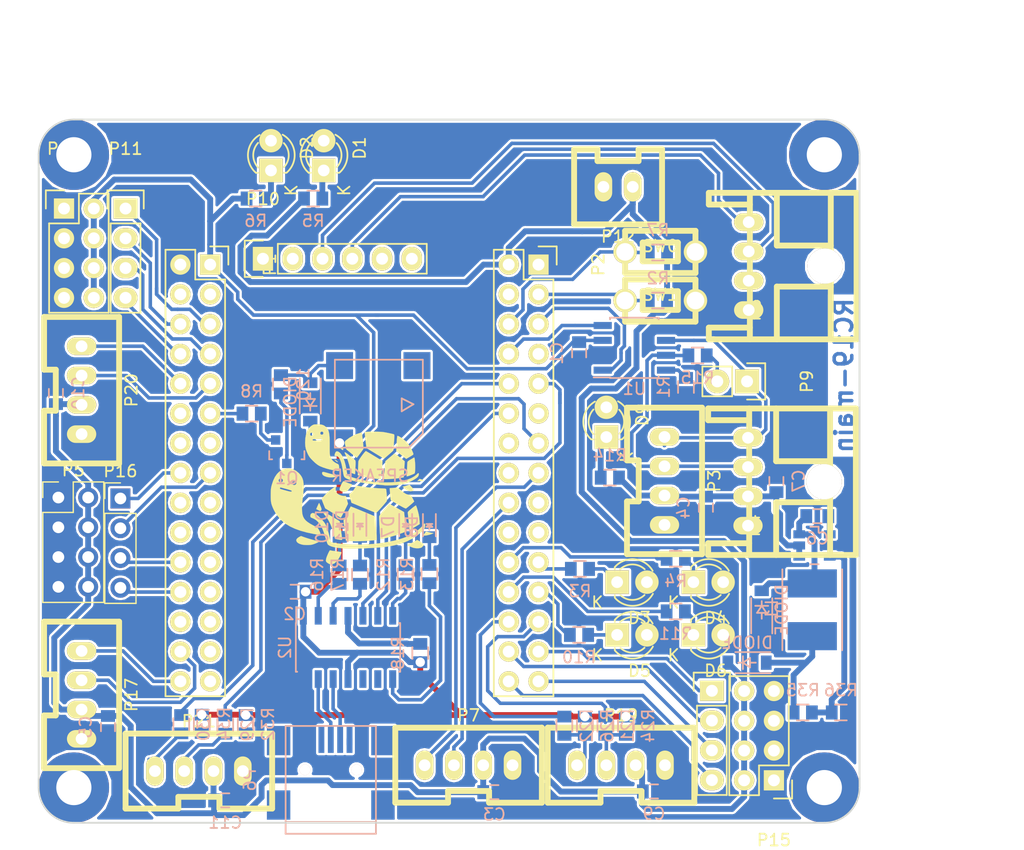
<source format=kicad_pcb>
(kicad_pcb (version 20171130) (host pcbnew "(5.0.2)-1")
  (layers (0 F.Cu signal) (31 B.Cu signal) (34 B.Paste user) (35 F.Paste user) (36 B.SilkS user) (37 F.SilkS user) (38 B.Mask user) (39 F.Mask user) (44 Edge.Cuts user))
  (net 0 "")
  (net 1 +5V)
  (net 2 GND)
  (net 3 "Net-(D1-Pad1)")
  (net 4 "Net-(D2-Pad1)")
  (net 5 +3.3V)
  (net 6 /E6)
  (net 7 /E5)
  (net 8 /C1)
  (net 9 /C0)
  (net 10 /C3)
  (net 11 /C2)
  (net 12 /A1)
  (net 13 /A0)
  (net 14 /A3)
  (net 15 /A2)
  (net 16 /A5)
  (net 17 /A4)
  (net 18 /A7)
  (net 19 /A6)
  (net 20 /C5)
  (net 21 /C4)
  (net 22 /B1)
  (net 23 /B0)
  (net 24 /E9)
  (net 25 /E8)
  (net 26 /E11)
  (net 27 /E10)
  (net 28 /E13)
  (net 29 /E12)
  (net 30 /B10)
  (net 31 /E14)
  (net 32 /B11)
  (net 33 /B13)
  (net 34 /B9)
  (net 35 /B8)
  (net 36 /B7)
  (net 37 /B6)
  (net 38 /B5)
  (net 39 /B4)
  (net 40 /B3)
  (net 41 /D6)
  (net 42 /D5)
  (net 43 /D2)
  (net 44 /C12)
  (net 45 /A15)
  (net 46 /A11)
  (net 47 /A10)
  (net 48 /A9)
  (net 49 /A8)
  (net 50 /C9)
  (net 51 /C8)
  (net 52 /C7)
  (net 53 /C6)
  (net 54 /D15)
  (net 55 /D14)
  (net 56 /D13)
  (net 57 /D12)
  (net 58 /D9)
  (net 59 /D8)
  (net 60 /B14)
  (net 61 /B15)
  (net 62 "Net-(P10-Pad2)")
  (net 63 /CLK)
  (net 64 /DIO)
  (net 65 "Net-(P10-Pad5)")
  (net 66 "Net-(P10-Pad6)")
  (net 67 /CAN_L)
  (net 68 /CAN_H)
  (net 69 +12V)
  (net 70 "Net-(P8-Pad2)")
  (net 71 "Net-(D3-Pad1)")
  (net 72 "Net-(D4-Pad1)")
  (net 73 "Net-(Q1-Pad3)")
  (net 74 "Net-(D5-Pad1)")
  (net 75 "Net-(D6-Pad1)")
  (net 76 "Net-(D9-Pad1)")
  (net 77 "Net-(Q1-Pad1)")
  (net 78 "Net-(P9-Pad2)")
  (net 79 "Net-(R1-Pad1)")
  (net 80 /GP0)
  (net 81 /GP1)
  (net 82 /D-)
  (net 83 /D+)
  (net 84 "Net-(P6-Pad4)")
  (net 85 "Net-(P6-Pad6)")
  (net 86 "Net-(R18-Pad1)")
  (net 87 "Net-(U2-Pad9)")
  (net 88 "Net-(U2-Pad10)")
  (net 89 "Net-(D12-Pad1)")
  (net 90 "Net-(C6-Pad1)")
  (net 91 "Net-(C6-Pad2)")
  (net 92 "Net-(D14-Pad1)")
  (net 93 "Net-(P19-Pad4)")
  (net 94 "Net-(P19-Pad3)")
  (net 95 "Net-(P21-Pad4)")
  (net 96 "Net-(P21-Pad3)")
  (net 97 /FB)
  (net 98 /GP2)
  (net 99 /GP3)
  (net 100 "Net-(D7-Pad1)")
  (net 101 "Net-(D8-Pad1)")
  (net 102 "Net-(D10-Pad1)")
  (net 103 "Net-(D11-Pad1)")
  (net 104 "Net-(P6-Pad1)")
  (module Capacitors_SMD:C_0603 (layer B.Cu) (at 153.56 126.99)
    (fp_text reference C9 (at 0 1.9) (layer B.SilkS) (effects (justify mirror)))
    (fp_text value 0.1u)
    (pad 1 smd rect (at -0.95 0) (size 1 1.2) (layers B.Cu B.Paste B.Mask) (net 1 +5V))
    (pad 2 smd rect (at 0.93 0) (size 1 1.2) (layers B.Cu B.Paste B.Mask) (net 2 GND))
  )
  (module RP_KiCAD_Connector:XA_4T (layer F.Cu) (at 147 124.75)
    (fp_text reference P19 (at 3.75 -4.25) (layer F.SilkS))
    (fp_text value ENC3)
    (pad 4 thru_hole oval (at 0 0) (size 1.5 2.5) (drill 1) (layers *.Cu *.Mask F.SilkS) (net 93 "Net-(P19-Pad4)"))
    (pad 3 thru_hole oval (at 2.5 0) (size 1.5 2.5) (drill 1) (layers *.Cu *.Mask F.SilkS) (net 94 "Net-(P19-Pad3)"))
    (pad 2 thru_hole oval (at 5 0) (size 1.5 2.5) (drill 1) (layers *.Cu *.Mask F.SilkS) (net 1 +5V))
    (pad 1 thru_hole oval (at 7.5 0) (size 1.5 2.5) (drill 1) (layers *.Cu *.Mask F.SilkS) (net 2 GND))
  )
  (module RP_KiCAD_Connector:XA_4T (layer F.Cu) (at 134 124.75)
    (fp_text reference P7 (at 3.75 -4.25) (layer F.SilkS))
    (fp_text value SERIAL3)
    (pad 4 thru_hole oval (at 0 0) (size 1.5 2.5) (drill 1) (layers *.Cu *.Mask F.SilkS) (net 47 /A10))
    (pad 3 thru_hole oval (at 2.5 0) (size 1.5 2.5) (drill 1) (layers *.Cu *.Mask F.SilkS) (net 48 /A9))
    (pad 2 thru_hole oval (at 5 0) (size 1.5 2.5) (drill 1) (layers *.Cu *.Mask F.SilkS) (net 1 +5V))
    (pad 1 thru_hole oval (at 7.5 0) (size 1.5 2.5) (drill 1) (layers *.Cu *.Mask F.SilkS) (net 2 GND))
  )
  (module Capacitors_SMD:C_0603 (layer B.Cu) (at 117 127.75)
    (fp_text reference C11 (at 0 1.9) (layer B.SilkS) (effects (justify mirror)))
    (fp_text value 0.1u)
    (pad 1 smd rect (at -0.95 0) (size 1 1.2) (layers B.Cu B.Paste B.Mask) (net 1 +5V))
    (pad 2 smd rect (at 0.93 0) (size 1 1.2) (layers B.Cu B.Paste B.Mask) (net 2 GND))
  )
  (module RP_KiCAD_Connector:XA_4T (layer F.Cu) (at 104.75 115 270)
    (fp_text reference P17 (at 3.75 -4.25 270) (layer F.SilkS))
    (fp_text value SERIAL1)
    (pad 4 thru_hole oval (at 0 0 270) (size 1.5 2.5) (drill 1) (layers *.Cu *.Mask F.SilkS) (net 32 /B11))
    (pad 3 thru_hole oval (at 2.5 0 270) (size 1.5 2.5) (drill 1) (layers *.Cu *.Mask F.SilkS) (net 30 /B10))
    (pad 2 thru_hole oval (at 5 0 270) (size 1.5 2.5) (drill 1) (layers *.Cu *.Mask F.SilkS) (net 1 +5V))
    (pad 1 thru_hole oval (at 7.5 0 270) (size 1.5 2.5) (drill 1) (layers *.Cu *.Mask F.SilkS) (net 2 GND))
  )
  (module Resistors_SMD:R_0603 (layer B.Cu) (at 113.25 121.25 90)
    (fp_text reference R30 (at 0 1.9 90) (layer B.SilkS) (effects (justify mirror)))
    (fp_text value 100)
    (pad 1 smd rect (at -0.78 0 90) (size 1 1.2) (layers B.Cu B.Paste B.Mask) (net 95 "Net-(P21-Pad4)"))
    (pad 2 smd rect (at 0.78 0 90) (size 1 1.2) (layers B.Cu B.Paste B.Mask) (net 40 /B3))
  )
  (module TO_SOT_Packages_SMD:SOT-23 (layer B.Cu) (at 122.25 98)
    (fp_text reference Q1 (at 0 2.25) (layer B.SilkS) (effects (justify mirror)))
    (fp_text value NPN)
    (pad 1 smd rect (at -0.95 -1.00076) (size 0.8001 0.8001) (layers B.Cu B.Paste B.Mask) (net 77 "Net-(Q1-Pad1)"))
    (pad 2 smd rect (at 0.95 -1.00076) (size 0.8001 0.8001) (layers B.Cu B.Paste B.Mask) (net 2 GND))
    (pad 3 smd rect (at 0 0.99822) (size 0.8001 0.8001) (layers B.Cu B.Paste B.Mask) (net 73 "Net-(Q1-Pad3)"))
  )
  (module Mizz_lib:SOD-123 (layer B.Cu) (at 162.75 111.5 90)
    (fp_text reference D13)
    (fp_text value DIODE (at 0 1.7 90) (layer B.SilkS) (effects (justify mirror)))
    (pad 2 smd rect (at 1.635 0 90) (size 0.91 1.22) (layers B.Cu B.Paste B.Mask) (net 90 "Net-(C6-Pad1)"))
    (pad 1 smd rect (at -1.635 0 90) (size 0.91 1.22) (layers B.Cu B.Paste B.Mask) (net 2 GND))
  )
  (module Capacitors_SMD:C_0603 (layer B.Cu) (at 167.5 103.5)
    (fp_text reference C6 (at 0 1.9) (layer B.SilkS) (effects (justify mirror)))
    (fp_text value 0.1u)
    (pad 1 smd rect (at -0.95 0) (size 1 1.2) (layers B.Cu B.Paste B.Mask) (net 90 "Net-(C6-Pad1)"))
    (pad 2 smd rect (at 0.93 0) (size 1 1.2) (layers B.Cu B.Paste B.Mask) (net 91 "Net-(C6-Pad2)"))
  )
  (module Mizz_lib:TSOT-6-MK06A (layer B.Cu) (at 167.25 106 270)
    (fp_text reference U3 hide)
    (fp_text value AOZ1280 hide)
    (pad 1 smd rect (at -0.94996 -1.30048 270) (size 0.69088 1.00076) (layers B.Cu B.Paste B.Mask) (net 91 "Net-(C6-Pad2)"))
    (pad 2 smd rect (at 0 -1.30048 270) (size 0.69088 1.00076) (layers B.Cu B.Paste B.Mask) (net 2 GND))
    (pad 3 smd rect (at 0.94996 -1.30048 270) (size 0.69088 1.00076) (layers B.Cu B.Paste B.Mask) (net 97 /FB))
    (pad 4 smd rect (at 0.94996 1.30048 270) (size 0.69088 1.00076) (layers B.Cu B.Paste B.Mask) (net 69 +12V))
    (pad 5 smd rect (at 0 1.30048 270) (size 0.69088 1.00076) (layers B.Cu B.Paste B.Mask) (net 69 +12V))
    (pad 6 smd rect (at -0.94996 1.30048 270) (size 0.69088 1.00076) (layers B.Cu B.Paste B.Mask) (net 90 "Net-(C6-Pad1)"))
  )
  (module Resistors_SMD:R_0603 (layer B.Cu) (at 169.5 120.25 180)
    (fp_text reference R36 (at 0 1.9 180) (layer B.SilkS) (effects (justify mirror)))
    (fp_text value 10k)
    (pad 1 smd rect (at -0.78 0 180) (size 1 1.2) (layers B.Cu B.Paste B.Mask) (net 2 GND))
    (pad 2 smd rect (at 0.78 0 180) (size 1 1.2) (layers B.Cu B.Paste B.Mask) (net 97 /FB))
  )
  (module Resistors_SMD:R_0603 (layer B.Cu) (at 147.25 108)
    (fp_text reference R3 (at 0 1.9) (layer B.SilkS) (effects (justify mirror)))
    (fp_text value 330)
    (pad 1 smd rect (at -0.78 0) (size 1 1.2) (layers B.Cu B.Paste B.Mask) (net 53 /C6))
    (pad 2 smd rect (at 0.78 0) (size 1 1.2) (layers B.Cu B.Paste B.Mask) (net 71 "Net-(D3-Pad1)"))
  )
  (module Pin_Headers:Pin_Header_Straight_1x04 (layer F.Cu) (at 108.5 77.25)
    (fp_text reference P11 (at 0 -5.1) (layer F.SilkS))
    (fp_text value ADC)
    (pad 1 thru_hole rect (at 0 0) (size 2.032 1.7272) (drill 1.016) (layers *.Cu *.Mask F.SilkS) (net 9 /C0))
    (pad 2 thru_hole oval (at 0 2.54) (size 2.032 1.7272) (drill 1.016) (layers *.Cu *.Mask F.SilkS) (net 8 /C1))
    (pad 3 thru_hole oval (at 0 5.08) (size 2.032 1.7272) (drill 1.016) (layers *.Cu *.Mask F.SilkS) (net 11 /C2))
    (pad 4 thru_hole oval (at 0 7.62) (size 2.032 1.7272) (drill 1.016) (layers *.Cu *.Mask F.SilkS) (net 10 /C3))
  )
  (module Housings_SOIC:SOIC-14_3.9x8.7mm_Pitch1.27mm (layer B.Cu) (at 127.47 114.7 270)
    (fp_text reference U2 (at 0 5.375 270) (layer B.SilkS) (effects (justify mirror)))
    (fp_text value MCP2221)
    (pad 1 smd rect (at -2.7 3.81 270) (size 1.5 0.6) (layers B.Cu B.Paste B.Mask) (net 5 +3.3V))
    (pad 2 smd rect (at -2.7 2.54 270) (size 1.5 0.6) (layers B.Cu B.Paste B.Mask) (net 80 /GP0))
    (pad 3 smd rect (at -2.7 1.27 270) (size 1.5 0.6) (layers B.Cu B.Paste B.Mask) (net 81 /GP1))
    (pad 4 smd rect (at -2.7 0 270) (size 1.5 0.6) (layers B.Cu B.Paste B.Mask) (net 86 "Net-(R18-Pad1)"))
    (pad 5 smd rect (at -2.7 -1.27 270) (size 1.5 0.6) (layers B.Cu B.Paste B.Mask) (net 42 /D5))
    (pad 6 smd rect (at -2.7 -2.54 270) (size 1.5 0.6) (layers B.Cu B.Paste B.Mask) (net 41 /D6))
    (pad 7 smd rect (at -2.7 -3.81 270) (size 1.5 0.6) (layers B.Cu B.Paste B.Mask) (net 98 /GP2))
    (pad 8 smd rect (at 2.7 -3.81 270) (size 1.5 0.6) (layers B.Cu B.Paste B.Mask) (net 99 /GP3))
    (pad 9 smd rect (at 2.7 -2.54 270) (size 1.5 0.6) (layers B.Cu B.Paste B.Mask) (net 87 "Net-(U2-Pad9)"))
    (pad 10 smd rect (at 2.7 -1.27 270) (size 1.5 0.6) (layers B.Cu B.Paste B.Mask) (net 88 "Net-(U2-Pad10)"))
    (pad 11 smd rect (at 2.7 0 270) (size 1.5 0.6) (layers B.Cu B.Paste B.Mask) (net 5 +3.3V))
    (pad 12 smd rect (at 2.7 1.27 270) (size 1.5 0.6) (layers B.Cu B.Paste B.Mask) (net 82 /D-))
    (pad 13 smd rect (at 2.7 2.54 270) (size 1.5 0.6) (layers B.Cu B.Paste B.Mask) (net 83 /D+))
    (pad 14 smd rect (at 2.7 3.81 270) (size 1.5 0.6) (layers B.Cu B.Paste B.Mask) (net 2 GND))
  )
  (module Pin_Headers:Pin_Header_Straight_1x02 (layer F.Cu) (at 161.5 92 270)
    (fp_text reference P9 (at 0 -5.1 270) (layer F.SilkS))
    (fp_text value CAN_JP)
    (pad 1 thru_hole rect (at 0 0 270) (size 2.032 2.032) (drill 1.016) (layers *.Cu *.Mask F.SilkS) (net 67 /CAN_L))
    (pad 2 thru_hole oval (at 0 2.54 270) (size 2.032 2.032) (drill 1.016) (layers *.Cu *.Mask F.SilkS) (net 78 "Net-(P9-Pad2)"))
  )
  (module Socket_Strips:Socket_Strip_Straight_2x15 (layer F.Cu) (at 115.715 82.035 270)
    (fp_text reference P1 (at 0 -5.1 270) (layer F.SilkS))
    (fp_text value CONN_02X15)
    (pad 1 thru_hole rect (at 0 0 270) (size 1.7272 1.7272) (drill 1.016) (layers *.Cu *.Mask F.SilkS) (net 5 +3.3V))
    (pad 2 thru_hole oval (at 0 2.54 270) (size 1.7272 1.7272) (drill 1.016) (layers *.Cu *.Mask F.SilkS) (net 2 GND))
    (pad 3 thru_hole oval (at 2.54 0 270) (size 1.7272 1.7272) (drill 1.016) (layers *.Cu *.Mask F.SilkS) (net 7 /E5))
    (pad 4 thru_hole oval (at 2.54 2.54 270) (size 1.7272 1.7272) (drill 1.016) (layers *.Cu *.Mask F.SilkS) (net 6 /E6))
    (pad 5 thru_hole oval (at 5.08 0 270) (size 1.7272 1.7272) (drill 1.016) (layers *.Cu *.Mask F.SilkS) (net 9 /C0))
    (pad 6 thru_hole oval (at 5.08 2.54 270) (size 1.7272 1.7272) (drill 1.016) (layers *.Cu *.Mask F.SilkS) (net 8 /C1))
    (pad 7 thru_hole oval (at 7.62 0 270) (size 1.7272 1.7272) (drill 1.016) (layers *.Cu *.Mask F.SilkS) (net 11 /C2))
    (pad 8 thru_hole oval (at 7.62 2.54 270) (size 1.7272 1.7272) (drill 1.016) (layers *.Cu *.Mask F.SilkS) (net 10 /C3))
    (pad 9 thru_hole oval (at 10.16 0 270) (size 1.7272 1.7272) (drill 1.016) (layers *.Cu *.Mask F.SilkS) (net 13 /A0))
    (pad 10 thru_hole oval (at 10.16 2.54 270) (size 1.7272 1.7272) (drill 1.016) (layers *.Cu *.Mask F.SilkS) (net 12 /A1))
    (pad 11 thru_hole oval (at 12.7 0 270) (size 1.7272 1.7272) (drill 1.016) (layers *.Cu *.Mask F.SilkS) (net 15 /A2))
    (pad 12 thru_hole oval (at 12.7 2.54 270) (size 1.7272 1.7272) (drill 1.016) (layers *.Cu *.Mask F.SilkS) (net 14 /A3))
    (pad 13 thru_hole oval (at 15.24 0 270) (size 1.7272 1.7272) (drill 1.016) (layers *.Cu *.Mask F.SilkS) (net 17 /A4))
    (pad 14 thru_hole oval (at 15.24 2.54 270) (size 1.7272 1.7272) (drill 1.016) (layers *.Cu *.Mask F.SilkS) (net 16 /A5))
    (pad 15 thru_hole oval (at 17.78 0 270) (size 1.7272 1.7272) (drill 1.016) (layers *.Cu *.Mask F.SilkS) (net 19 /A6))
    (pad 16 thru_hole oval (at 17.78 2.54 270) (size 1.7272 1.7272) (drill 1.016) (layers *.Cu *.Mask F.SilkS) (net 18 /A7))
    (pad 17 thru_hole oval (at 20.32 0 270) (size 1.7272 1.7272) (drill 1.016) (layers *.Cu *.Mask F.SilkS) (net 21 /C4))
    (pad 18 thru_hole oval (at 20.32 2.54 270) (size 1.7272 1.7272) (drill 1.016) (layers *.Cu *.Mask F.SilkS) (net 20 /C5))
    (pad 19 thru_hole oval (at 22.86 0 270) (size 1.7272 1.7272) (drill 1.016) (layers *.Cu *.Mask F.SilkS) (net 23 /B0))
    (pad 20 thru_hole oval (at 22.86 2.54 270) (size 1.7272 1.7272) (drill 1.016) (layers *.Cu *.Mask F.SilkS) (net 22 /B1))
    (pad 21 thru_hole oval (at 25.4 0 270) (size 1.7272 1.7272) (drill 1.016) (layers *.Cu *.Mask F.SilkS) (net 25 /E8))
    (pad 22 thru_hole oval (at 25.4 2.54 270) (size 1.7272 1.7272) (drill 1.016) (layers *.Cu *.Mask F.SilkS) (net 24 /E9))
    (pad 23 thru_hole oval (at 27.94 0 270) (size 1.7272 1.7272) (drill 1.016) (layers *.Cu *.Mask F.SilkS) (net 27 /E10))
    (pad 24 thru_hole oval (at 27.94 2.54 270) (size 1.7272 1.7272) (drill 1.016) (layers *.Cu *.Mask F.SilkS) (net 26 /E11))
    (pad 25 thru_hole oval (at 30.48 0 270) (size 1.7272 1.7272) (drill 1.016) (layers *.Cu *.Mask F.SilkS) (net 29 /E12))
    (pad 26 thru_hole oval (at 30.48 2.54 270) (size 1.7272 1.7272) (drill 1.016) (layers *.Cu *.Mask F.SilkS) (net 28 /E13))
    (pad 27 thru_hole oval (at 33.02 0 270) (size 1.7272 1.7272) (drill 1.016) (layers *.Cu *.Mask F.SilkS) (net 31 /E14))
    (pad 28 thru_hole oval (at 33.02 2.54 270) (size 1.7272 1.7272) (drill 1.016) (layers *.Cu *.Mask F.SilkS) (net 30 /B10))
    (pad 29 thru_hole oval (at 35.56 0 270) (size 1.7272 1.7272) (drill 1.016) (layers *.Cu *.Mask F.SilkS) (net 33 /B13))
    (pad 30 thru_hole oval (at 35.56 2.54 270) (size 1.7272 1.7272) (drill 1.016) (layers *.Cu *.Mask F.SilkS) (net 32 /B11))
  )
  (module Capacitors_SMD:C_0603 (layer B.Cu) (at 147.18 89.6 270)
    (fp_text reference C1 (at 0 1.9 270) (layer B.SilkS) (effects (justify mirror)))
    (fp_text value 0.1u)
    (pad 1 smd rect (at -0.95 0 270) (size 1 1.2) (layers B.Cu B.Paste B.Mask) (net 5 +3.3V))
    (pad 2 smd rect (at 0.93 0 270) (size 1 1.2) (layers B.Cu B.Paste B.Mask) (net 2 GND))
  )
  (module Capacitors_SMD:C_0603 (layer B.Cu) (at 122.92 109.95)
    (fp_text reference C2 (at 0 1.9) (layer B.SilkS) (effects (justify mirror)))
    (fp_text value 0.1u)
    (pad 1 smd rect (at -0.95 0) (size 1 1.2) (layers B.Cu B.Paste B.Mask) (net 2 GND))
    (pad 2 smd rect (at 0.93 0) (size 1 1.2) (layers B.Cu B.Paste B.Mask) (net 5 +3.3V))
  )
  (module Capacitors_SMD:C_0603 (layer B.Cu) (at 139.95 127.05)
    (fp_text reference C3 (at 0 1.9) (layer B.SilkS) (effects (justify mirror)))
    (fp_text value 0.1u)
    (pad 1 smd rect (at -0.95 0) (size 1 1.2) (layers B.Cu B.Paste B.Mask) (net 1 +5V))
    (pad 2 smd rect (at 0.93 0) (size 1 1.2) (layers B.Cu B.Paste B.Mask) (net 2 GND))
  )
  (module RP_KiCAD_Connector:XA_4T (layer F.Cu) (at 154.46 96.74 270)
    (fp_text reference P3 (at 3.75 -4.25 270) (layer F.SilkS))
    (fp_text value CAN)
    (pad 4 thru_hole oval (at 0 0 270) (size 1.5 2.5) (drill 1) (layers *.Cu *.Mask F.SilkS) (net 67 /CAN_L))
    (pad 3 thru_hole oval (at 2.5 0 270) (size 1.5 2.5) (drill 1) (layers *.Cu *.Mask F.SilkS) (net 68 /CAN_H))
    (pad 2 thru_hole oval (at 5 0 270) (size 1.5 2.5) (drill 1) (layers *.Cu *.Mask F.SilkS) (net 69 +12V))
    (pad 1 thru_hole oval (at 7.5 0 270) (size 1.5 2.5) (drill 1) (layers *.Cu *.Mask F.SilkS) (net 2 GND))
  )
  (module RP_KiCAD_Connector:XA_2T (layer F.Cu) (at 151.75 75.4 180)
    (fp_text reference P12 (at 1.25 -4.25 180) (layer F.SilkS))
    (fp_text value 5V_in)
    (pad 2 thru_hole oval (at 0 0 180) (size 1.5 2.5) (drill 1) (layers *.Cu *.Mask F.SilkS) (net 1 +5V))
    (pad 1 thru_hole oval (at 2.5 0 180) (size 1.5 2.5) (drill 1) (layers *.Cu *.Mask F.SilkS) (net 2 GND))
  )
  (module Resistors_SMD:R_0603 (layer B.Cu) (at 124.5 76.4)
    (fp_text reference R5 (at 0 1.9) (layer B.SilkS) (effects (justify mirror)))
    (fp_text value 510)
    (pad 1 smd rect (at -0.78 0) (size 1 1.2) (layers B.Cu B.Paste B.Mask) (net 1 +5V))
    (pad 2 smd rect (at 0.78 0) (size 1 1.2) (layers B.Cu B.Paste B.Mask) (net 3 "Net-(D1-Pad1)"))
  )
  (module Resistors_SMD:R_0603 (layer B.Cu) (at 119.6 76.4)
    (fp_text reference R6 (at 0 1.9) (layer B.SilkS) (effects (justify mirror)))
    (fp_text value 330)
    (pad 1 smd rect (at -0.78 0) (size 1 1.2) (layers B.Cu B.Paste B.Mask) (net 5 +3.3V))
    (pad 2 smd rect (at 0.78 0) (size 1 1.2) (layers B.Cu B.Paste B.Mask) (net 4 "Net-(D2-Pad1)"))
  )
  (module LEDs:LED-3MM (layer F.Cu) (at 125.4 74 90)
    (fp_text reference D1 (at 1.91 3.06 90) (layer F.SilkS))
    (fp_text value LED)
    (fp_text user K (at -1.69 1.74 90) (layer F.SilkS))
    (pad 1 thru_hole rect (at 0 0 180) (size 2 2) (drill 1.00076) (layers *.Cu *.Mask F.SilkS) (net 3 "Net-(D1-Pad1)"))
    (pad 2 thru_hole circle (at 2.54 0 90) (size 2 2) (drill 1.00076) (layers *.Cu *.Mask F.SilkS) (net 2 GND))
  )
  (module LEDs:LED-3MM (layer F.Cu) (at 120.9 74 90)
    (fp_text reference D2 (at 1.91 3.06 90) (layer F.SilkS))
    (fp_text value LED)
    (fp_text user K (at -1.69 1.74 90) (layer F.SilkS))
    (pad 1 thru_hole rect (at 0 0 180) (size 2 2) (drill 1.00076) (layers *.Cu *.Mask F.SilkS) (net 4 "Net-(D2-Pad1)"))
    (pad 2 thru_hole circle (at 2.54 0 90) (size 2 2) (drill 1.00076) (layers *.Cu *.Mask F.SilkS) (net 2 GND))
  )
  (module Socket_Strips:Socket_Strip_Straight_2x15 (layer F.Cu) (at 143.715 82.035 270)
    (fp_text reference P2 (at 0 -5.1 270) (layer F.SilkS))
    (fp_text value CONN_02X15)
    (pad 1 thru_hole rect (at 0 0 270) (size 1.7272 1.7272) (drill 1.016) (layers *.Cu *.Mask F.SilkS) (net 2 GND))
    (pad 2 thru_hole oval (at 0 2.54 270) (size 1.7272 1.7272) (drill 1.016) (layers *.Cu *.Mask F.SilkS) (net 1 +5V))
    (pad 3 thru_hole oval (at 2.54 0 270) (size 1.7272 1.7272) (drill 1.016) (layers *.Cu *.Mask F.SilkS) (net 35 /B8))
    (pad 4 thru_hole oval (at 2.54 2.54 270) (size 1.7272 1.7272) (drill 1.016) (layers *.Cu *.Mask F.SilkS) (net 34 /B9))
    (pad 5 thru_hole oval (at 5.08 0 270) (size 1.7272 1.7272) (drill 1.016) (layers *.Cu *.Mask F.SilkS) (net 37 /B6))
    (pad 6 thru_hole oval (at 5.08 2.54 270) (size 1.7272 1.7272) (drill 1.016) (layers *.Cu *.Mask F.SilkS) (net 36 /B7))
    (pad 7 thru_hole oval (at 7.62 0 270) (size 1.7272 1.7272) (drill 1.016) (layers *.Cu *.Mask F.SilkS) (net 39 /B4))
    (pad 8 thru_hole oval (at 7.62 2.54 270) (size 1.7272 1.7272) (drill 1.016) (layers *.Cu *.Mask F.SilkS) (net 38 /B5))
    (pad 9 thru_hole oval (at 10.16 0 270) (size 1.7272 1.7272) (drill 1.016) (layers *.Cu *.Mask F.SilkS) (net 41 /D6))
    (pad 10 thru_hole oval (at 10.16 2.54 270) (size 1.7272 1.7272) (drill 1.016) (layers *.Cu *.Mask F.SilkS) (net 40 /B3))
    (pad 11 thru_hole oval (at 12.7 0 270) (size 1.7272 1.7272) (drill 1.016) (layers *.Cu *.Mask F.SilkS) (net 43 /D2))
    (pad 12 thru_hole oval (at 12.7 2.54 270) (size 1.7272 1.7272) (drill 1.016) (layers *.Cu *.Mask F.SilkS) (net 42 /D5))
    (pad 13 thru_hole oval (at 15.24 0 270) (size 1.7272 1.7272) (drill 1.016) (layers *.Cu *.Mask F.SilkS) (net 45 /A15))
    (pad 14 thru_hole oval (at 15.24 2.54 270) (size 1.7272 1.7272) (drill 1.016) (layers *.Cu *.Mask F.SilkS) (net 44 /C12))
    (pad 15 thru_hole oval (at 17.78 0 270) (size 1.7272 1.7272) (drill 1.016) (layers *.Cu *.Mask F.SilkS) (net 47 /A10))
    (pad 16 thru_hole oval (at 17.78 2.54 270) (size 1.7272 1.7272) (drill 1.016) (layers *.Cu *.Mask F.SilkS) (net 46 /A11))
    (pad 17 thru_hole oval (at 20.32 0 270) (size 1.7272 1.7272) (drill 1.016) (layers *.Cu *.Mask F.SilkS) (net 49 /A8))
    (pad 18 thru_hole oval (at 20.32 2.54 270) (size 1.7272 1.7272) (drill 1.016) (layers *.Cu *.Mask F.SilkS) (net 48 /A9))
    (pad 19 thru_hole oval (at 22.86 0 270) (size 1.7272 1.7272) (drill 1.016) (layers *.Cu *.Mask F.SilkS) (net 51 /C8))
    (pad 20 thru_hole oval (at 22.86 2.54 270) (size 1.7272 1.7272) (drill 1.016) (layers *.Cu *.Mask F.SilkS) (net 50 /C9))
    (pad 21 thru_hole oval (at 25.4 0 270) (size 1.7272 1.7272) (drill 1.016) (layers *.Cu *.Mask F.SilkS) (net 53 /C6))
    (pad 22 thru_hole oval (at 25.4 2.54 270) (size 1.7272 1.7272) (drill 1.016) (layers *.Cu *.Mask F.SilkS) (net 52 /C7))
    (pad 23 thru_hole oval (at 27.94 0 270) (size 1.7272 1.7272) (drill 1.016) (layers *.Cu *.Mask F.SilkS) (net 55 /D14))
    (pad 24 thru_hole oval (at 27.94 2.54 270) (size 1.7272 1.7272) (drill 1.016) (layers *.Cu *.Mask F.SilkS) (net 54 /D15))
    (pad 25 thru_hole oval (at 30.48 0 270) (size 1.7272 1.7272) (drill 1.016) (layers *.Cu *.Mask F.SilkS) (net 57 /D12))
    (pad 26 thru_hole oval (at 30.48 2.54 270) (size 1.7272 1.7272) (drill 1.016) (layers *.Cu *.Mask F.SilkS) (net 56 /D13))
    (pad 27 thru_hole oval (at 33.02 0 270) (size 1.7272 1.7272) (drill 1.016) (layers *.Cu *.Mask F.SilkS) (net 59 /D8))
    (pad 28 thru_hole oval (at 33.02 2.54 270) (size 1.7272 1.7272) (drill 1.016) (layers *.Cu *.Mask F.SilkS) (net 58 /D9))
    (pad 29 thru_hole oval (at 35.56 0 270) (size 1.7272 1.7272) (drill 1.016) (layers *.Cu *.Mask F.SilkS) (net 61 /B15))
    (pad 30 thru_hole oval (at 35.56 2.54 270) (size 1.7272 1.7272) (drill 1.016) (layers *.Cu *.Mask F.SilkS) (net 60 /B14))
  )
  (module Socket_Strips:Socket_Strip_Straight_1x06 (layer F.Cu) (at 120.215 81.535)
    (fp_text reference P10 (at 0 -5.1) (layer F.SilkS))
    (fp_text value WRITING)
    (pad 1 thru_hole rect (at 0 0) (size 1.7272 2.032) (drill 1.016) (layers *.Cu *.Mask F.SilkS) (net 2 GND))
    (pad 2 thru_hole oval (at 2.54 0) (size 1.7272 2.032) (drill 1.016) (layers *.Cu *.Mask F.SilkS) (net 62 "Net-(P10-Pad2)"))
    (pad 3 thru_hole oval (at 5.08 0) (size 1.7272 2.032) (drill 1.016) (layers *.Cu *.Mask F.SilkS) (net 63 /CLK))
    (pad 4 thru_hole oval (at 7.62 0) (size 1.7272 2.032) (drill 1.016) (layers *.Cu *.Mask F.SilkS) (net 64 /DIO))
    (pad 5 thru_hole oval (at 10.16 0) (size 1.7272 2.032) (drill 1.016) (layers *.Cu *.Mask F.SilkS) (net 65 "Net-(P10-Pad5)"))
    (pad 6 thru_hole oval (at 12.7 0) (size 1.7272 2.032) (drill 1.016) (layers *.Cu *.Mask F.SilkS) (net 66 "Net-(P10-Pad6)"))
  )
  (module RP_KiCAD_Connector:XA_4LC (layer F.Cu) (at 161.58 104.31 90)
    (fp_text reference P4 (at 0 0.5 90) (layer F.SilkS))
    (fp_text value CAN)
    (pad 1 thru_hole oval (at 0 0 90) (size 1.5 2.5) (drill 1) (layers *.Cu *.Mask F.SilkS) (net 2 GND))
    (pad 2 thru_hole oval (at 2.5 0 90) (size 1.5 2.5) (drill 1) (layers *.Cu *.Mask F.SilkS) (net 69 +12V))
    (pad 3 thru_hole oval (at 5 0 90) (size 1.5 2.5) (drill 1) (layers *.Cu *.Mask F.SilkS) (net 68 /CAN_H))
    (pad 4 thru_hole oval (at 7.5 0 90) (size 1.5 2.5) (drill 1) (layers *.Cu *.Mask F.SilkS) (net 67 /CAN_L))
    (pad "" thru_hole circle (at 3.75 6.5 90) (size 3 3) (drill 3) (layers *.Cu *.Mask F.SilkS) (clearance -0.3))
  )
  (module RP_KiCAD_Connector:XA_4LC (layer F.Cu) (at 161.64 85.91 90)
    (fp_text reference P8 (at 0 0.5 90) (layer F.SilkS))
    (fp_text value WRITING_IN)
    (pad 1 thru_hole oval (at 0 0 90) (size 1.5 2.5) (drill 1) (layers *.Cu *.Mask F.SilkS) (net 2 GND))
    (pad 2 thru_hole oval (at 2.5 0 90) (size 1.5 2.5) (drill 1) (layers *.Cu *.Mask F.SilkS) (net 70 "Net-(P8-Pad2)"))
    (pad 3 thru_hole oval (at 5 0 90) (size 1.5 2.5) (drill 1) (layers *.Cu *.Mask F.SilkS) (net 63 /CLK))
    (pad 4 thru_hole oval (at 7.5 0 90) (size 1.5 2.5) (drill 1) (layers *.Cu *.Mask F.SilkS) (net 64 /DIO))
    (pad "" thru_hole circle (at 3.75 6.5 90) (size 3 3) (drill 3) (layers *.Cu *.Mask F.SilkS) (clearance -0.3))
  )
  (module Housings_SOIC:SOIC-8_3.9x4.9mm_Pitch1.27mm (layer B.Cu) (at 151.89 89.135)
    (fp_text reference U1 (at 0 3.5) (layer B.SilkS) (effects (justify mirror)))
    (fp_text value MAX3051)
    (pad 1 smd rect (at -2.7 1.905) (size 1.55 0.6) (layers B.Cu B.Paste B.Mask) (net 37 /B6))
    (pad 2 smd rect (at -2.7 0.635) (size 1.55 0.6) (layers B.Cu B.Paste B.Mask) (net 2 GND))
    (pad 3 smd rect (at -2.7 -0.635) (size 1.55 0.6) (layers B.Cu B.Paste B.Mask) (net 5 +3.3V))
    (pad 4 smd rect (at -2.7 -1.905) (size 1.55 0.6) (layers B.Cu B.Paste B.Mask) (net 38 /B5))
    (pad 5 smd rect (at 2.7 -1.905) (size 1.55 0.6) (layers B.Cu B.Paste B.Mask) (net 2 GND))
    (pad 6 smd rect (at 2.7 -0.635) (size 1.55 0.6) (layers B.Cu B.Paste B.Mask) (net 67 /CAN_L))
    (pad 7 smd rect (at 2.7 0.635) (size 1.55 0.6) (layers B.Cu B.Paste B.Mask) (net 68 /CAN_H))
    (pad 8 smd rect (at 2.7 1.905) (size 1.55 0.6) (layers B.Cu B.Paste B.Mask) (net 79 "Net-(R1-Pad1)"))
  )
  (module Capacitors_SMD:C_0603 (layer B.Cu) (at 157.99 102.78 270)
    (fp_text reference C4 (at 0 1.9 270) (layer B.SilkS) (effects (justify mirror)))
    (fp_text value 0.1u)
    (pad 1 smd rect (at -0.95 0 270) (size 1 1.2) (layers B.Cu B.Paste B.Mask) (net 69 +12V))
    (pad 2 smd rect (at 0.93 0 270) (size 1 1.2) (layers B.Cu B.Paste B.Mask) (net 2 GND))
  )
  (module LEDs:LED-3MM (layer F.Cu) (at 150.42 109.13)
    (fp_text reference D3 (at 1.91 3.06) (layer F.SilkS))
    (fp_text value LED)
    (fp_text user K (at -1.69 1.74) (layer F.SilkS))
    (pad 1 thru_hole rect (at 0 0 90) (size 2 2) (drill 1.00076) (layers *.Cu *.Mask F.SilkS) (net 71 "Net-(D3-Pad1)"))
    (pad 2 thru_hole circle (at 2.54 0) (size 2 2) (drill 1.00076) (layers *.Cu *.Mask F.SilkS) (net 2 GND))
  )
  (module LEDs:LED-3MM (layer F.Cu) (at 156.92 109.13)
    (fp_text reference D4 (at 1.91 3.06) (layer F.SilkS))
    (fp_text value LED)
    (fp_text user K (at -1.69 1.74) (layer F.SilkS))
    (pad 1 thru_hole rect (at 0 0 90) (size 2 2) (drill 1.00076) (layers *.Cu *.Mask F.SilkS) (net 72 "Net-(D4-Pad1)"))
    (pad 2 thru_hole circle (at 2.54 0) (size 2 2) (drill 1.00076) (layers *.Cu *.Mask F.SilkS) (net 2 GND))
  )
  (module Resistors_SMD:R_0603 (layer B.Cu) (at 155.42 107.13)
    (fp_text reference R4 (at 0 1.9) (layer B.SilkS) (effects (justify mirror)))
    (fp_text value 330)
    (pad 1 smd rect (at -0.78 0) (size 1 1.2) (layers B.Cu B.Paste B.Mask) (net 52 /C7))
    (pad 2 smd rect (at 0.78 0) (size 1 1.2) (layers B.Cu B.Paste B.Mask) (net 72 "Net-(D4-Pad1)"))
  )
  (module Resistors_SMD:R_0603 (layer B.Cu) (at 153.9 81 180)
    (fp_text reference R7 (at 0 1.9 180) (layer B.SilkS) (effects (justify mirror)))
    (fp_text value 10k)
    (pad 1 smd rect (at -0.78 0 180) (size 1 1.2) (layers B.Cu B.Paste B.Mask) (net 1 +5V))
    (pad 2 smd rect (at 0.78 0 180) (size 1 1.2) (layers B.Cu B.Paste B.Mask) (net 36 /B7))
  )
  (module Resistors_SMD:R_0603 (layer B.Cu) (at 119.25 94.75 180)
    (fp_text reference R8 (at 0 1.9 180) (layer B.SilkS) (effects (justify mirror)))
    (fp_text value 10)
    (pad 1 smd rect (at -0.78 0 180) (size 1 1.2) (layers B.Cu B.Paste B.Mask) (net 77 "Net-(Q1-Pad1)"))
    (pad 2 smd rect (at 0.78 0 180) (size 1 1.2) (layers B.Cu B.Paste B.Mask) (net 15 /A2))
  )
  (module Resistors_SMD:R_0603 (layer B.Cu) (at 121.75 92.25 270)
    (fp_text reference R9 hide)
    (fp_text value 120 (at 0 -1.9 270) (layer B.SilkS) (effects (justify mirror)))
    (pad 1 smd rect (at -0.78 0 270) (size 1 1.2) (layers B.Cu B.Paste B.Mask) (net 89 "Net-(D12-Pad1)"))
    (pad 2 smd rect (at 0.78 0 270) (size 1 1.2) (layers B.Cu B.Paste B.Mask) (net 73 "Net-(Q1-Pad3)"))
  )
  (module Mizz_lib:UGCT7525AN4 (layer B.Cu) (at 129.75 94.25)
    (fp_text reference SP1 hide)
    (fp_text value SPEAKER (at -0.4 5.8) (layer B.SilkS) (effects (justify mirror)))
    (pad 1 smd rect (at -3 3) (size 2.3 2.3) (layers B.Cu B.Paste B.Mask) (net 5 +3.3V))
    (pad 2 smd rect (at -3 -3.6) (size 2.3 2.3) (layers B.Cu B.Paste B.Mask) (net 89 "Net-(D12-Pad1)"))
    (pad 3 smd rect (at 3.6 -3.6) (size 2.3 2.3) (layers B.Cu B.Paste B.Mask))
  )
  (module LEDs:LED-3MM (layer F.Cu) (at 150.42 113.63)
    (fp_text reference D5 (at 1.91 3.06) (layer F.SilkS))
    (fp_text value LED)
    (fp_text user K (at -1.69 1.74) (layer F.SilkS))
    (pad 1 thru_hole rect (at 0 0 90) (size 2 2) (drill 1.00076) (layers *.Cu *.Mask F.SilkS) (net 74 "Net-(D5-Pad1)"))
    (pad 2 thru_hole circle (at 2.54 0) (size 2 2) (drill 1.00076) (layers *.Cu *.Mask F.SilkS) (net 2 GND))
  )
  (module Resistors_SMD:R_0603 (layer B.Cu) (at 147.17 113.63)
    (fp_text reference R10 (at 0 1.9) (layer B.SilkS) (effects (justify mirror)))
    (fp_text value 330)
    (pad 1 smd rect (at -0.78 0) (size 1 1.2) (layers B.Cu B.Paste B.Mask) (net 55 /D14))
    (pad 2 smd rect (at 0.78 0) (size 1 1.2) (layers B.Cu B.Paste B.Mask) (net 74 "Net-(D5-Pad1)"))
  )
  (module LEDs:LED-3MM (layer F.Cu) (at 149.5 96.75 90)
    (fp_text reference D9 (at 1.91 3.06 90) (layer F.SilkS))
    (fp_text value LED)
    (fp_text user K (at -1.69 1.74 90) (layer F.SilkS))
    (pad 1 thru_hole rect (at 0 0 180) (size 2 2) (drill 1.00076) (layers *.Cu *.Mask F.SilkS) (net 76 "Net-(D9-Pad1)"))
    (pad 2 thru_hole circle (at 2.54 0 90) (size 2 2) (drill 1.00076) (layers *.Cu *.Mask F.SilkS) (net 2 GND))
  )
  (module Resistors_SMD:R_0603 (layer B.Cu) (at 149.8 100.21 180)
    (fp_text reference R14 (at 0 1.9 180) (layer B.SilkS) (effects (justify mirror)))
    (fp_text value 1.2k)
    (pad 1 smd rect (at -0.78 0 180) (size 1 1.2) (layers B.Cu B.Paste B.Mask) (net 69 +12V))
    (pad 2 smd rect (at 0.78 0 180) (size 1 1.2) (layers B.Cu B.Paste B.Mask) (net 76 "Net-(D9-Pad1)"))
  )
  (module Resistors_SMD:R_0603 (layer B.Cu) (at 157.28 89.79)
    (fp_text reference R15 (at 0 1.9) (layer B.SilkS) (effects (justify mirror)))
    (fp_text value 120)
    (pad 1 smd rect (at -0.78 0) (size 1 1.2) (layers B.Cu B.Paste B.Mask) (net 68 /CAN_H))
    (pad 2 smd rect (at 0.78 0) (size 1 1.2) (layers B.Cu B.Paste B.Mask) (net 78 "Net-(P9-Pad2)"))
  )
  (module Resistors_SMD:R_0603 (layer B.Cu) (at 156.29 92.48 270)
    (fp_text reference R1 (at 0 1.9 270) (layer B.SilkS) (effects (justify mirror)))
    (fp_text value 100k)
    (pad 1 smd rect (at -0.78 0 270) (size 1 1.2) (layers B.Cu B.Paste B.Mask) (net 79 "Net-(R1-Pad1)"))
    (pad 2 smd rect (at 0.78 0 270) (size 1 1.2) (layers B.Cu B.Paste B.Mask) (net 2 GND))
  )
  (module Pin_Headers:Pin_Header_Straight_2x04 (layer F.Cu) (at 103.25 77.25)
    (fp_text reference P13 (at 0 -5.1) (layer F.SilkS))
    (fp_text value ADC/Vdd/GND)
    (pad 1 thru_hole rect (at 0 0) (size 1.7272 1.7272) (drill 1.016) (layers *.Cu *.Mask F.SilkS) (net 2 GND))
    (pad 2 thru_hole oval (at 2.54 0) (size 1.7272 1.7272) (drill 1.016) (layers *.Cu *.Mask F.SilkS) (net 5 +3.3V))
    (pad 3 thru_hole oval (at 0 2.54) (size 1.7272 1.7272) (drill 1.016) (layers *.Cu *.Mask F.SilkS) (net 2 GND))
    (pad 4 thru_hole oval (at 2.54 2.54) (size 1.7272 1.7272) (drill 1.016) (layers *.Cu *.Mask F.SilkS) (net 5 +3.3V))
    (pad 5 thru_hole oval (at 0 5.08) (size 1.7272 1.7272) (drill 1.016) (layers *.Cu *.Mask F.SilkS) (net 2 GND))
    (pad 6 thru_hole oval (at 2.54 5.08) (size 1.7272 1.7272) (drill 1.016) (layers *.Cu *.Mask F.SilkS) (net 5 +3.3V))
    (pad 7 thru_hole oval (at 0 7.62) (size 1.7272 1.7272) (drill 1.016) (layers *.Cu *.Mask F.SilkS) (net 2 GND))
    (pad 8 thru_hole oval (at 2.54 7.62) (size 1.7272 1.7272) (drill 1.016) (layers *.Cu *.Mask F.SilkS) (net 5 +3.3V))
  )
  (module Pin_Headers:Pin_Header_Straight_1x04 (layer F.Cu) (at 158.5 118.4)
    (fp_text reference P14)
    (fp_text value I/O)
    (pad 1 thru_hole rect (at 0 0) (size 2.032 1.7272) (drill 1.016) (layers *.Cu *.Mask F.SilkS) (net 59 /D8))
    (pad 2 thru_hole oval (at 0 2.54) (size 2.032 1.7272) (drill 1.016) (layers *.Cu *.Mask F.SilkS) (net 58 /D9))
    (pad 3 thru_hole oval (at 0 5.08) (size 2.032 1.7272) (drill 1.016) (layers *.Cu *.Mask F.SilkS) (net 61 /B15))
    (pad 4 thru_hole oval (at 0 7.62) (size 2.032 1.7272) (drill 1.016) (layers *.Cu *.Mask F.SilkS) (net 60 /B14))
  )
  (module Pin_Headers:Pin_Header_Straight_2x04 (layer F.Cu) (at 163.79 126.04 180)
    (fp_text reference P15 (at 0 -5.1 180) (layer F.SilkS))
    (fp_text value "I/O /Vdd/GND")
    (pad 1 thru_hole rect (at 0 0 180) (size 1.7272 1.7272) (drill 1.016) (layers *.Cu *.Mask F.SilkS) (net 2 GND))
    (pad 2 thru_hole oval (at 2.54 0 180) (size 1.7272 1.7272) (drill 1.016) (layers *.Cu *.Mask F.SilkS) (net 1 +5V))
    (pad 3 thru_hole oval (at 0 2.54 180) (size 1.7272 1.7272) (drill 1.016) (layers *.Cu *.Mask F.SilkS) (net 2 GND))
    (pad 4 thru_hole oval (at 2.54 2.54 180) (size 1.7272 1.7272) (drill 1.016) (layers *.Cu *.Mask F.SilkS) (net 1 +5V))
    (pad 5 thru_hole oval (at 0 5.08 180) (size 1.7272 1.7272) (drill 1.016) (layers *.Cu *.Mask F.SilkS) (net 2 GND))
    (pad 6 thru_hole oval (at 2.54 5.08 180) (size 1.7272 1.7272) (drill 1.016) (layers *.Cu *.Mask F.SilkS) (net 1 +5V))
    (pad 7 thru_hole oval (at 0 7.62 180) (size 1.7272 1.7272) (drill 1.016) (layers *.Cu *.Mask F.SilkS) (net 2 GND))
    (pad 8 thru_hole oval (at 2.54 7.62 180) (size 1.7272 1.7272) (drill 1.016) (layers *.Cu *.Mask F.SilkS) (net 1 +5V))
  )
  (module Resistors_SMD:R_0603 (layer B.Cu) (at 126.74 108.49 270)
    (fp_text reference R16 (at 0 1.9 270) (layer B.SilkS) (effects (justify mirror)))
    (fp_text value 510)
    (pad 1 smd rect (at -0.78 0 270) (size 1 1.2) (layers B.Cu B.Paste B.Mask) (net 102 "Net-(D10-Pad1)"))
    (pad 2 smd rect (at 0.78 0 270) (size 1 1.2) (layers B.Cu B.Paste B.Mask) (net 80 /GP0))
  )
  (module Resistors_SMD:R_0603 (layer B.Cu) (at 128.49 108.49 270)
    (fp_text reference R17 (at 0 1.9 270) (layer B.SilkS) (effects (justify mirror)))
    (fp_text value 510)
    (pad 1 smd rect (at -0.78 0 270) (size 1 1.2) (layers B.Cu B.Paste B.Mask) (net 103 "Net-(D11-Pad1)"))
    (pad 2 smd rect (at 0.78 0 270) (size 1 1.2) (layers B.Cu B.Paste B.Mask) (net 81 /GP1))
  )
  (module Resistors_SMD:R_0603 (layer B.Cu) (at 133.63 115.18 270)
    (fp_text reference R18 (at 0 1.9 270) (layer B.SilkS) (effects (justify mirror)))
    (fp_text value 10k)
    (pad 1 smd rect (at -0.78 0 270) (size 1 1.2) (layers B.Cu B.Paste B.Mask) (net 86 "Net-(R18-Pad1)"))
    (pad 2 smd rect (at 0.78 0 270) (size 1 1.2) (layers B.Cu B.Paste B.Mask) (net 5 +3.3V))
  )
  (module Mizz_lib:SOD-123 (layer B.Cu) (at 124.25 93.75 270)
    (fp_text reference D12)
    (fp_text value DIODE (at 0 1.7 270) (layer B.SilkS) (effects (justify mirror)))
    (pad 1 smd rect (at -1.635 0 270) (size 0.91 1.22) (layers B.Cu B.Paste B.Mask) (net 89 "Net-(D12-Pad1)"))
    (pad 2 smd rect (at 1.635 0 270) (size 0.91 1.22) (layers B.Cu B.Paste B.Mask) (net 5 +3.3V))
  )
  (module Capacitors_SMD:C_0603 (layer B.Cu) (at 107 121.5 270)
    (fp_text reference C5 (at 0 1.9 270) (layer B.SilkS) (effects (justify mirror)))
    (fp_text value 0.1u)
    (pad 1 smd rect (at -0.95 0 270) (size 1 1.2) (layers B.Cu B.Paste B.Mask) (net 1 +5V))
    (pad 2 smd rect (at 0.93 0 270) (size 1 1.2) (layers B.Cu B.Paste B.Mask) (net 2 GND))
  )
  (module Resistors_SMD:R_0603 (layer B.Cu) (at 153.9 85.1 180)
    (fp_text reference R2 (at 0 1.9 180) (layer B.SilkS) (effects (justify mirror)))
    (fp_text value 10k)
    (pad 1 smd rect (at -0.78 0 180) (size 1 1.2) (layers B.Cu B.Paste B.Mask) (net 1 +5V))
    (pad 2 smd rect (at 0.78 0 180) (size 1 1.2) (layers B.Cu B.Paste B.Mask) (net 35 /B8))
  )
  (module LEDs:LED_0603 (layer B.Cu) (at 126.76 104.39 270)
    (fp_text reference D10 (at 0 1.5 270) (layer B.SilkS) (effects (justify mirror)))
    (fp_text value LED)
    (pad 1 smd rect (at 0.88 0 90) (size 1 1.2) (layers B.Cu B.Paste B.Mask) (net 102 "Net-(D10-Pad1)"))
    (pad 2 smd rect (at -0.88 0 90) (size 1 1.2) (layers B.Cu B.Paste B.Mask) (net 2 GND))
  )
  (module LEDs:LED_0603 (layer B.Cu) (at 128.485 104.385 270)
    (fp_text reference D11 (at 0 1.5 270) (layer B.SilkS) (effects (justify mirror)))
    (fp_text value LED)
    (pad 1 smd rect (at 0.88 0 90) (size 1 1.2) (layers B.Cu B.Paste B.Mask) (net 103 "Net-(D11-Pad1)"))
    (pad 2 smd rect (at -0.88 0 90) (size 1 1.2) (layers B.Cu B.Paste B.Mask) (net 2 GND))
  )
  (module Capacitors_SMD:C_0603 (layer B.Cu) (at 164 100.5 90)
    (fp_text reference C7 (at 0 1.9 90) (layer B.SilkS) (effects (justify mirror)))
    (fp_text value 1u)
    (pad 1 smd rect (at -0.95 0 90) (size 1 1.2) (layers B.Cu B.Paste B.Mask) (net 69 +12V))
    (pad 2 smd rect (at 0.93 0 90) (size 1 1.2) (layers B.Cu B.Paste B.Mask) (net 2 GND))
  )
  (module Capacitors_SMD:C_0603 (layer B.Cu) (at 102.56 92.99 90)
    (fp_text reference C10 (at 0 1.9 90) (layer B.SilkS) (effects (justify mirror)))
    (fp_text value 0.1u)
    (pad 1 smd rect (at -0.95 0 90) (size 1 1.2) (layers B.Cu B.Paste B.Mask) (net 1 +5V))
    (pad 2 smd rect (at 0.93 0 90) (size 1 1.2) (layers B.Cu B.Paste B.Mask) (net 2 GND))
  )
  (module Mizz_lib:SOD-123 (layer B.Cu) (at 161.5 116 180)
    (fp_text reference D14)
    (fp_text value DIODE (at 0 1.7 180) (layer B.SilkS) (effects (justify mirror)))
    (pad 1 smd rect (at -1.635 0 180) (size 0.91 1.22) (layers B.Cu B.Paste B.Mask) (net 92 "Net-(D14-Pad1)"))
    (pad 2 smd rect (at 1.635 0 180) (size 0.91 1.22) (layers B.Cu B.Paste B.Mask) (net 1 +5V))
  )
  (module RP_KiCAD_Connector:XA_4T (layer F.Cu) (at 104.75 89 270)
    (fp_text reference P20 (at 3.75 -4.25 270) (layer F.SilkS))
    (fp_text value SERIAL0)
    (pad 4 thru_hole oval (at 0 0 270) (size 1.5 2.5) (drill 1) (layers *.Cu *.Mask F.SilkS) (net 12 /A1))
    (pad 3 thru_hole oval (at 2.5 0 270) (size 1.5 2.5) (drill 1) (layers *.Cu *.Mask F.SilkS) (net 13 /A0))
    (pad 2 thru_hole oval (at 5 0 270) (size 1.5 2.5) (drill 1) (layers *.Cu *.Mask F.SilkS) (net 1 +5V))
    (pad 1 thru_hole oval (at 7.5 0 270) (size 1.5 2.5) (drill 1) (layers *.Cu *.Mask F.SilkS) (net 2 GND))
  )
  (module RP_KiCAD_Connector:XA_4T (layer F.Cu) (at 111 125.25)
    (fp_text reference P21 (at 3.75 -4.25) (layer F.SilkS))
    (fp_text value ENC0)
    (pad 4 thru_hole oval (at 0 0) (size 1.5 2.5) (drill 1) (layers *.Cu *.Mask F.SilkS) (net 95 "Net-(P21-Pad4)"))
    (pad 3 thru_hole oval (at 2.5 0) (size 1.5 2.5) (drill 1) (layers *.Cu *.Mask F.SilkS) (net 96 "Net-(P21-Pad3)"))
    (pad 2 thru_hole oval (at 5 0) (size 1.5 2.5) (drill 1) (layers *.Cu *.Mask F.SilkS) (net 1 +5V))
    (pad 1 thru_hole oval (at 7.5 0) (size 1.5 2.5) (drill 1) (layers *.Cu *.Mask F.SilkS) (net 2 GND))
  )
  (module Resistors_SMD:R_0603 (layer B.Cu) (at 149.42 121.38 90)
    (fp_text reference R21 (at 0 1.9 90) (layer B.SilkS) (effects (justify mirror)))
    (fp_text value 100)
    (pad 1 smd rect (at -0.78 0 90) (size 1 1.2) (layers B.Cu B.Paste B.Mask) (net 94 "Net-(P19-Pad3)"))
    (pad 2 smd rect (at 0.78 0 90) (size 1 1.2) (layers B.Cu B.Paste B.Mask) (net 57 /D12))
  )
  (module Resistors_SMD:R_0603 (layer B.Cu) (at 145.92 121.38 90)
    (fp_text reference R22 (at 0 1.9 90) (layer B.SilkS) (effects (justify mirror)))
    (fp_text value 100)
    (pad 1 smd rect (at -0.78 0 90) (size 1 1.2) (layers B.Cu B.Paste B.Mask) (net 93 "Net-(P19-Pad4)"))
    (pad 2 smd rect (at 0.78 0 90) (size 1 1.2) (layers B.Cu B.Paste B.Mask) (net 56 /D13))
  )
  (module Resistors_SMD:R_0603 (layer B.Cu) (at 151.17 121.38 90)
    (fp_text reference R24 (at 0 1.9 90) (layer B.SilkS) (effects (justify mirror)))
    (fp_text value 1k)
    (pad 1 smd rect (at -0.78 0 90) (size 1 1.2) (layers B.Cu B.Paste B.Mask) (net 94 "Net-(P19-Pad3)"))
    (pad 2 smd rect (at 0.78 0 90) (size 1 1.2) (layers B.Cu B.Paste B.Mask) (net 5 +3.3V))
  )
  (module Resistors_SMD:R_0603 (layer B.Cu) (at 147.67 121.38 90)
    (fp_text reference R26 (at 0 1.9 90) (layer B.SilkS) (effects (justify mirror)))
    (fp_text value 1k)
    (pad 1 smd rect (at -0.78 0 90) (size 1 1.2) (layers B.Cu B.Paste B.Mask) (net 93 "Net-(P19-Pad4)"))
    (pad 2 smd rect (at 0.78 0 90) (size 1 1.2) (layers B.Cu B.Paste B.Mask) (net 5 +3.3V))
  )
  (module Resistors_SMD:R_0603 (layer B.Cu) (at 117 121.28 90)
    (fp_text reference R29 (at 0 1.9 90) (layer B.SilkS) (effects (justify mirror)))
    (fp_text value 100)
    (pad 1 smd rect (at -0.78 0 90) (size 1 1.2) (layers B.Cu B.Paste B.Mask) (net 96 "Net-(P21-Pad3)"))
    (pad 2 smd rect (at 0.78 0 90) (size 1 1.2) (layers B.Cu B.Paste B.Mask) (net 45 /A15))
  )
  (module Resistors_SMD:R_0603 (layer B.Cu) (at 118.75 121.25 90)
    (fp_text reference R32 (at 0 1.9 90) (layer B.SilkS) (effects (justify mirror)))
    (fp_text value 1k)
    (pad 1 smd rect (at -0.78 0 90) (size 1 1.2) (layers B.Cu B.Paste B.Mask) (net 96 "Net-(P21-Pad3)"))
    (pad 2 smd rect (at 0.78 0 90) (size 1 1.2) (layers B.Cu B.Paste B.Mask) (net 5 +3.3V))
  )
  (module Resistors_SMD:R_0603 (layer B.Cu) (at 115 121.22 90)
    (fp_text reference R34 (at 0 1.9 90) (layer B.SilkS) (effects (justify mirror)))
    (fp_text value 1k)
    (pad 1 smd rect (at -0.78 0 90) (size 1 1.2) (layers B.Cu B.Paste B.Mask) (net 95 "Net-(P21-Pad4)"))
    (pad 2 smd rect (at 0.78 0 90) (size 1 1.2) (layers B.Cu B.Paste B.Mask) (net 5 +3.3V))
  )
  (module Resistors_SMD:R_0603 (layer B.Cu) (at 166.25 120.25 180)
    (fp_text reference R35 (at 0 1.9 180) (layer B.SilkS) (effects (justify mirror)))
    (fp_text value 50k)
    (pad 1 smd rect (at -0.78 0 180) (size 1 1.2) (layers B.Cu B.Paste B.Mask) (net 97 /FB))
    (pad 2 smd rect (at 0.78 0 180) (size 1 1.2) (layers B.Cu B.Paste B.Mask) (net 92 "Net-(D14-Pad1)"))
  )
  (module Mizz_lib:RP_TroughHole_Button (layer F.Cu) (at 154.1 85.1)
    (fp_text reference SW1 hide)
    (fp_text value SW1 (at 0 -0.5) (layer F.SilkS))
    (pad 1 thru_hole circle (at 3 0) (size 2 2) (drill 1.5) (layers *.Cu *.Mask F.SilkS) (net 2 GND))
    (pad 2 thru_hole circle (at -3 0) (size 2 2) (drill 1.5) (layers *.Cu *.Mask F.SilkS) (net 35 /B8))
  )
  (module Mizz_lib:RP_TroughHole_Button (layer F.Cu) (at 154.1 80.95)
    (fp_text reference SW2 hide)
    (fp_text value SW0 (at 0 -0.5) (layer F.SilkS))
    (pad 1 thru_hole circle (at 3 0) (size 2 2) (drill 1.5) (layers *.Cu *.Mask F.SilkS) (net 2 GND))
    (pad 2 thru_hole circle (at -3 0) (size 2 2) (drill 1.5) (layers *.Cu *.Mask F.SilkS) (net 36 /B7))
  )
  (module LEDs:LED-3MM (layer F.Cu) (at 156.92 113.63)
    (fp_text reference D6 (at 1.91 3.06) (layer F.SilkS))
    (fp_text value LED)
    (fp_text user K (at -1.69 1.74) (layer F.SilkS))
    (pad 1 thru_hole rect (at 0 0 90) (size 2 2) (drill 1.00076) (layers *.Cu *.Mask F.SilkS) (net 75 "Net-(D6-Pad1)"))
    (pad 2 thru_hole circle (at 2.54 0) (size 2 2) (drill 1.00076) (layers *.Cu *.Mask F.SilkS) (net 2 GND))
  )
  (module Resistors_SMD:R_0603 (layer B.Cu) (at 155.42 111.63)
    (fp_text reference R11 (at 0 1.9) (layer B.SilkS) (effects (justify mirror)))
    (fp_text value 330)
    (pad 1 smd rect (at -0.78 0) (size 1 1.2) (layers B.Cu B.Paste B.Mask) (net 54 /D15))
    (pad 2 smd rect (at 0.78 0) (size 1 1.2) (layers B.Cu B.Paste B.Mask) (net 75 "Net-(D6-Pad1)"))
  )
  (module Connect:USB_Mini-B (layer B.Cu) (at 126 126 90)
    (fp_text reference P6 (at 0 -6.90118 90) (layer B.SilkS) (effects (justify mirror)))
    (fp_text value SERIAL2)
    (pad 1 smd rect (at 3.44932 1.6002 90) (size 2.30124 0.50038) (layers B.Cu B.Paste B.Mask) (net 104 "Net-(P6-Pad1)"))
    (pad 2 smd rect (at 3.44932 0.8001 90) (size 2.30124 0.50038) (layers B.Cu B.Paste B.Mask) (net 82 /D-))
    (pad 3 smd rect (at 3.44932 0 90) (size 2.30124 0.50038) (layers B.Cu B.Paste B.Mask) (net 83 /D+))
    (pad 4 smd rect (at 3.44932 -0.8001 90) (size 2.30124 0.50038) (layers B.Cu B.Paste B.Mask) (net 84 "Net-(P6-Pad4)"))
    (pad 5 smd rect (at 3.44932 -1.6002 90) (size 2.30124 0.50038) (layers B.Cu B.Paste B.Mask) (net 2 GND))
    (pad 6 smd rect (at 3.35026 4.45008 90) (size 2.49936 1.99898) (layers B.Cu B.Paste B.Mask) (net 85 "Net-(P6-Pad6)"))
    (pad 6 smd rect (at -2.14884 4.45008 90) (size 2.49936 1.99898) (layers B.Cu B.Paste B.Mask) (net 85 "Net-(P6-Pad6)"))
    (pad 6 smd rect (at 3.35026 -4.45008 90) (size 2.49936 1.99898) (layers B.Cu B.Paste B.Mask) (net 85 "Net-(P6-Pad6)"))
    (pad 6 smd rect (at -2.14884 -4.45008 90) (size 2.49936 1.99898) (layers B.Cu B.Paste B.Mask) (net 85 "Net-(P6-Pad6)"))
    (pad "" np_thru_hole circle (at 0.8509 2.19964 90) (size 0.89916 0.89916) (drill 0.89916) (layers *.Cu *.Mask B.SilkS))
    (pad "" np_thru_hole circle (at 0.8509 -2.19964 90) (size 0.89916 0.89916) (drill 0.89916) (layers *.Cu *.Mask B.SilkS))
  )
  (module Mizz_lib:Turtle_Logo_15.0x15.0 (layer F.Cu) (at 127.75 101.26)
    (fp_text reference U4 hide)
    (fp_text value LOGO hide)
  )
  (module LEDs:LED_0603 (layer B.Cu) (at 132.385 104.41 270)
    (fp_text reference D7 (at 0 1.5 270) (layer B.SilkS) (effects (justify mirror)))
    (fp_text value LED)
    (pad 1 smd rect (at 0.88 0 90) (size 1 1.2) (layers B.Cu B.Paste B.Mask) (net 100 "Net-(D7-Pad1)"))
    (pad 2 smd rect (at -0.88 0 90) (size 1 1.2) (layers B.Cu B.Paste B.Mask) (net 2 GND))
  )
  (module LEDs:LED_0603 (layer B.Cu) (at 134.41 104.415 270)
    (fp_text reference D8 (at 0 1.5 270) (layer B.SilkS) (effects (justify mirror)))
    (fp_text value LED)
    (pad 2 smd rect (at -0.88 0 90) (size 1 1.2) (layers B.Cu B.Paste B.Mask) (net 2 GND))
    (pad 1 smd rect (at 0.88 0 90) (size 1 1.2) (layers B.Cu B.Paste B.Mask) (net 101 "Net-(D8-Pad1)"))
  )
  (module Resistors_SMD:R_0603 (layer B.Cu) (at 132.385 108.465 270)
    (fp_text reference R12 (at 0 1.9 270) (layer B.SilkS) (effects (justify mirror)))
    (fp_text value 510)
    (pad 2 smd rect (at 0.78 0 270) (size 1 1.2) (layers B.Cu B.Paste B.Mask) (net 98 /GP2))
    (pad 1 smd rect (at -0.78 0 270) (size 1 1.2) (layers B.Cu B.Paste B.Mask) (net 100 "Net-(D7-Pad1)"))
  )
  (module Resistors_SMD:R_0603 (layer B.Cu) (at 134.41 108.44 270)
    (fp_text reference R13 (at 0 1.9 270) (layer B.SilkS) (effects (justify mirror)))
    (fp_text value 510)
    (pad 1 smd rect (at -0.78 0 270) (size 1 1.2) (layers B.Cu B.Paste B.Mask) (net 101 "Net-(D8-Pad1)"))
    (pad 2 smd rect (at 0.78 0 270) (size 1 1.2) (layers B.Cu B.Paste B.Mask) (net 99 /GP3))
  )
  (module Inductors:Inductor_Taiyo-Yuden_NR-50xx_HandSoldering (layer B.Cu) (at 167.06 111.49 270)
    (fp_text reference L1 (at 0 3.45 270) (layer B.SilkS) (effects (justify mirror)))
    (fp_text value 10uH)
    (pad 1 smd rect (at -2.25 0 270) (size 2.4 4.2) (layers B.Cu B.Paste B.Mask) (net 90 "Net-(C6-Pad1)"))
    (pad 2 smd rect (at 2.25 0 270) (size 2.4 4.2) (layers B.Cu B.Paste B.Mask) (net 92 "Net-(D14-Pad1)"))
  )
  (module Connector_PinHeader_2.54mm:PinHeader_2x04_P2.54mm_Vertical (layer F.Cu) (at 102.77 101.91)
    (fp_text reference P5 (at 1.27 -2.33) (layer F.SilkS))
    (fp_text value PWM/Vdd/GND)
    (pad 1 thru_hole rect (at 0 0) (size 1.7 1.7) (drill 1) (layers *.Cu *.Mask) (net 2 GND))
    (pad 2 thru_hole oval (at 2.54 0) (size 1.7 1.7) (drill 1) (layers *.Cu *.Mask) (net 1 +5V))
    (pad 3 thru_hole oval (at 0 2.54) (size 1.7 1.7) (drill 1) (layers *.Cu *.Mask) (net 2 GND))
    (pad 4 thru_hole oval (at 2.54 2.54) (size 1.7 1.7) (drill 1) (layers *.Cu *.Mask) (net 1 +5V))
    (pad 5 thru_hole oval (at 0 5.08) (size 1.7 1.7) (drill 1) (layers *.Cu *.Mask) (net 2 GND))
    (pad 6 thru_hole oval (at 2.54 5.08) (size 1.7 1.7) (drill 1) (layers *.Cu *.Mask) (net 1 +5V))
    (pad 7 thru_hole oval (at 0 7.62) (size 1.7 1.7) (drill 1) (layers *.Cu *.Mask) (net 2 GND))
    (pad 8 thru_hole oval (at 2.54 7.62) (size 1.7 1.7) (drill 1) (layers *.Cu *.Mask) (net 1 +5V))
  )
  (module Connector_PinHeader_2.54mm:PinHeader_1x04_P2.54mm_Vertical (layer F.Cu) (at 108.06 101.99)
    (fp_text reference P16 (at 0 -2.33) (layer F.SilkS))
    (fp_text value PWM)
    (pad 1 thru_hole rect (at 0 0) (size 1.7 1.7) (drill 1) (layers *.Cu *.Mask) (net 18 /A7))
    (pad 2 thru_hole oval (at 0 2.54) (size 1.7 1.7) (drill 1) (layers *.Cu *.Mask) (net 19 /A6))
    (pad 3 thru_hole oval (at 0 5.08) (size 1.7 1.7) (drill 1) (layers *.Cu *.Mask) (net 24 /E9))
    (pad 4 thru_hole oval (at 0 7.62) (size 1.7 1.7) (drill 1) (layers *.Cu *.Mask) (net 26 /E11))
  )
  (gr_text RC19-main (at 169.75 91.5 90) (layer B.Cu) (effects (font (size 1.5 1.5) (thickness 0.3)) (justify mirror)))
  (gr_line (start 104.09 129.66) (end 168.09 129.66) (angle 90) (layer Edge.Cuts) (width 0.15))
  (gr_line (start 101.09 72.66) (end 101.09 126.66) (angle 90) (layer Edge.Cuts) (width 0.15))
  (gr_line (start 168.09 69.66) (end 104.09 69.66) (angle 90) (layer Edge.Cuts) (width 0.15))
  (gr_line (start 171.09 126.66) (end 171.09 72.66) (angle 90) (layer Edge.Cuts) (width 0.15))
  (gr_arc (start 168.09 126.66) (end 171.09 126.66) (angle 90) (layer Edge.Cuts) (width 0.15))
  (gr_arc (start 104.09 126.66) (end 104.09 129.66) (angle 90) (layer Edge.Cuts) (width 0.15))
  (gr_arc (start 104.09 72.66) (end 101.09 72.66) (angle 90) (layer Edge.Cuts) (width 0.15))
  (gr_arc (start 168.09 72.66) (end 168.09 69.66) (angle 90) (layer Edge.Cuts) (width 0.15))
  (via (at 168.09 72.66) (size 6) (drill 3) (layers F.Cu B.Cu) (net 0))
  (via (at 104.09 72.66) (size 6) (drill 3) (layers F.Cu B.Cu) (net 0))
  (via (at 168.09 126.66) (size 6) (drill 3) (layers F.Cu B.Cu) (net 0))
  (via (at 104.09 126.66) (size 6) (drill 3) (layers F.Cu B.Cu) (net 0))
  (segment (start 119.25 79.56) (end 120.56 79.56) (width 0.5) (layer B.Cu) (net 1))
  (segment (start 120.56 79.56) (end 123.72 76.4) (width 0.5) (layer B.Cu) (net 1))
  (segment (start 154.68 81) (end 154.68 85.1) (width 0.5) (layer B.Cu) (net 1))
  (segment (start 151.75 75.4) (end 151.75 77.73) (width 0.5) (layer B.Cu) (net 1))
  (segment (start 151.75 77.73) (end 154.68 80.66) (width 0.5) (layer B.Cu) (net 1))
  (segment (start 154.68 80.66) (end 154.68 81) (width 0.5) (layer B.Cu) (net 1))
  (segment (start 151.75 75.5) (end 151.75 75.46) (width 0.5) (layer B.Cu) (net 1))
  (segment (start 147.44 79.19) (end 149.47 79.19) (width 0.5) (layer B.Cu) (net 1))
  (segment (start 151.75 76.91) (end 151.75 75.5) (width 0.5) (layer B.Cu) (net 1))
  (segment (start 149.47 79.19) (end 151.75 76.91) (width 0.5) (layer B.Cu) (net 1))
  (segment (start 141.175 82.035) (end 139.025 82.035) (width 0.5) (layer B.Cu) (net 1))
  (segment (start 118.3 80.51) (end 119.25 79.56) (width 0.5) (layer B.Cu) (net 1))
  (segment (start 118.3 82.68) (end 118.3 80.51) (width 0.5) (layer B.Cu) (net 1))
  (segment (start 119.14 83.52) (end 118.3 82.68) (width 0.5) (layer B.Cu) (net 1))
  (segment (start 137.54 83.52) (end 119.14 83.52) (width 0.5) (layer B.Cu) (net 1))
  (segment (start 139.025 82.035) (end 137.54 83.52) (width 0.5) (layer B.Cu) (net 1))
  (segment (start 141.175 82.035) (end 141.175 80.595) (width 0.5) (layer B.Cu) (net 1))
  (segment (start 142.58 79.19) (end 147.44 79.19) (width 0.5) (layer B.Cu) (net 1))
  (segment (start 141.175 80.595) (end 142.58 79.19) (width 0.5) (layer B.Cu) (net 1))
  (segment (start 105.3 120.55) (end 104.75 120) (width 0.5) (layer B.Cu) (net 1))
  (segment (start 107 120.55) (end 105.3 120.55) (width 0.5) (layer B.Cu) (net 1))
  (segment (start 103 120) (end 102.42 119.42) (width 0.5) (layer B.Cu) (net 1))
  (segment (start 104.75 120) (end 103 120) (width 0.5) (layer B.Cu) (net 1))
  (segment (start 161.25 126.04) (end 161.25 123.5) (width 0.5) (layer B.Cu) (net 1))
  (segment (start 161.25 120.96) (end 161.25 123.5) (width 0.5) (layer B.Cu) (net 1))
  (segment (start 161.25 120.96) (end 161.25 118.42) (width 0.5) (layer B.Cu) (net 1))
  (segment (start 161.25 117.385) (end 159.865 116) (width 0.5) (layer B.Cu) (net 1))
  (segment (start 161.25 118.42) (end 161.25 117.385) (width 0.5) (layer B.Cu) (net 1))
  (segment (start 139 127.05) (end 139 124.75) (width 0.5) (layer B.Cu) (net 1))
  (segment (start 116 127.55) (end 116 125) (width 0.5) (layer B.Cu) (net 1))
  (segment (start 161.25 127.45) (end 161.25 126.04) (width 0.5) (layer B.Cu) (net 1))
  (segment (start 160.22 128.48) (end 161.25 127.45) (width 0.5) (layer B.Cu) (net 1))
  (segment (start 152.93 128.48) (end 160.22 128.48) (width 0.5) (layer B.Cu) (net 1))
  (segment (start 152.55 127) (end 152.55 128.1) (width 0.5) (layer B.Cu) (net 1))
  (segment (start 152.55 128.1) (end 152.93 128.48) (width 0.5) (layer B.Cu) (net 1))
  (segment (start 150.27 127) (end 152.55 127) (width 0.5) (layer B.Cu) (net 1))
  (segment (start 152.55 125.3) (end 152 124.75) (width 0.5) (layer B.Cu) (net 1))
  (segment (start 152.55 127) (end 152.55 125.3) (width 0.5) (layer B.Cu) (net 1))
  (segment (start 139 123) (end 139 124.75) (width 0.5) (layer B.Cu) (net 1))
  (segment (start 150.27 127) (end 145.61 127) (width 0.5) (layer B.Cu) (net 1))
  (segment (start 145.61 127) (end 143.84 125.23) (width 0.5) (layer B.Cu) (net 1))
  (segment (start 143.84 125.23) (end 143.84 123.81) (width 0.5) (layer B.Cu) (net 1))
  (segment (start 143.84 123.81) (end 142.51 122.48) (width 0.5) (layer B.Cu) (net 1))
  (segment (start 142.51 122.48) (end 139.52 122.48) (width 0.5) (layer B.Cu) (net 1))
  (segment (start 139.52 122.48) (end 139 123) (width 0.5) (layer B.Cu) (net 1))
  (segment (start 154.68 85.84) (end 154.68 85.1) (width 0.5) (layer B.Cu) (net 1))
  (segment (start 153.639999 86.150001) (end 154.369999 86.150001) (width 0.5) (layer B.Cu) (net 1))
  (segment (start 152.07 90.85) (end 152.07 87.72) (width 0.5) (layer B.Cu) (net 1))
  (segment (start 150.31 92.61) (end 152.07 90.85) (width 0.5) (layer B.Cu) (net 1))
  (segment (start 148.21 92.61) (end 150.31 92.61) (width 0.5) (layer B.Cu) (net 1))
  (segment (start 161.25 117.385) (end 161.25 107.35) (width 0.5) (layer B.Cu) (net 1))
  (segment (start 161.25 107.35) (end 159.52 105.62) (width 0.5) (layer B.Cu) (net 1))
  (segment (start 159.52 105.62) (end 151.57 105.62) (width 0.5) (layer B.Cu) (net 1))
  (segment (start 154.369999 86.150001) (end 154.68 85.84) (width 0.5) (layer B.Cu) (net 1))
  (segment (start 151.57 105.62) (end 147.4 101.45) (width 0.5) (layer B.Cu) (net 1))
  (segment (start 147.4 101.45) (end 147.4 93.42) (width 0.5) (layer B.Cu) (net 1))
  (segment (start 152.07 87.72) (end 153.639999 86.150001) (width 0.5) (layer B.Cu) (net 1))
  (segment (start 147.4 93.42) (end 148.21 92.61) (width 0.5) (layer B.Cu) (net 1))
  (segment (start 116.05 127.75) (end 116.05 128.85) (width 0.5) (layer B.Cu) (net 1))
  (segment (start 111.17 128.85) (end 116.05 128.85) (width 0.5) (layer B.Cu) (net 1))
  (segment (start 108.94 126.62) (end 111.17 128.85) (width 0.5) (layer B.Cu) (net 1))
  (segment (start 108.94 121.39) (end 108.94 126.62) (width 0.5) (layer B.Cu) (net 1))
  (segment (start 108.1 120.55) (end 108.94 121.39) (width 0.5) (layer B.Cu) (net 1))
  (segment (start 107 120.55) (end 108.1 120.55) (width 0.5) (layer B.Cu) (net 1))
  (segment (start 102.42 119.42) (end 102.42 113.88) (width 0.5) (layer B.Cu) (net 1))
  (segment (start 105.31 110.99) (end 105.31 109.53) (width 0.5) (layer B.Cu) (net 1))
  (segment (start 102.42 113.88) (end 105.31 110.99) (width 0.5) (layer B.Cu) (net 1))
  (segment (start 105.31 106.99) (end 105.31 109.53) (width 0.5) (layer B.Cu) (net 1))
  (segment (start 105.31 104.45) (end 105.31 106.99) (width 0.5) (layer B.Cu) (net 1))
  (segment (start 105.31 101.91) (end 105.31 104.45) (width 0.5) (layer B.Cu) (net 1))
  (segment (start 104.69 93.94) (end 104.75 94) (width 0.5) (layer B.Cu) (net 1))
  (segment (start 102.56 93.94) (end 104.69 93.94) (width 0.5) (layer B.Cu) (net 1))
  (segment (start 102.56 94.94) (end 102.56 93.94) (width 0.5) (layer B.Cu) (net 1))
  (segment (start 102.56 97.957919) (end 102.56 94.94) (width 0.5) (layer B.Cu) (net 1))
  (segment (start 105.31 100.707919) (end 102.56 97.957919) (width 0.5) (layer B.Cu) (net 1))
  (segment (start 105.31 101.91) (end 105.31 100.707919) (width 0.5) (layer B.Cu) (net 1))
  (segment (start 116.21 129.01) (end 116.05 128.85) (width 0.5) (layer B.Cu) (net 1))
  (segment (start 120.100429 127.489573) (end 118.580002 129.01) (width 0.5) (layer B.Cu) (net 1))
  (segment (start 120.100429 126.449571) (end 120.100429 127.489573) (width 0.5) (layer B.Cu) (net 1))
  (segment (start 133.41 127.05) (end 132.809159 126.449159) (width 0.5) (layer B.Cu) (net 1))
  (segment (start 139 127.05) (end 133.41 127.05) (width 0.5) (layer B.Cu) (net 1))
  (segment (start 132.809159 126.449159) (end 126.153297 126.449159) (width 0.5) (layer B.Cu) (net 1))
  (segment (start 126.153297 126.449159) (end 125.752819 126.048681) (width 0.5) (layer B.Cu) (net 1))
  (segment (start 118.580002 129.01) (end 116.21 129.01) (width 0.5) (layer B.Cu) (net 1))
  (segment (start 125.752819 126.048681) (end 120.501319 126.048681) (width 0.5) (layer B.Cu) (net 1))
  (segment (start 120.501319 126.048681) (end 120.100429 126.449571) (width 0.5) (layer B.Cu) (net 1))
  (segment (start 125.28 76.4) (end 125.28 74.12) (width 0.5) (layer B.Cu) (net 3))
  (segment (start 125.28 74.12) (end 125.4 74) (width 0.5) (layer B.Cu) (net 3))
  (segment (start 120.9 76.17) (end 120.9 74) (width 0.5) (layer B.Cu) (net 4))
  (segment (start 120.67 76.4) (end 120.9 76.17) (width 0.5) (layer B.Cu) (net 4))
  (segment (start 120.38 76.4) (end 120.67 76.4) (width 0.5) (layer B.Cu) (net 4))
  (segment (start 105.79 77.25) (end 105.79 76.52) (width 0.5) (layer B.Cu) (net 5))
  (segment (start 105.79 76.52) (end 107.53 74.78) (width 0.5) (layer B.Cu) (net 5))
  (segment (start 107.53 74.78) (end 114.06 74.78) (width 0.5) (layer B.Cu) (net 5))
  (segment (start 114.06 74.78) (end 115.715 76.435) (width 0.5) (layer B.Cu) (net 5))
  (segment (start 115.715 76.435) (end 115.715 78.335) (width 0.5) (layer B.Cu) (net 5))
  (segment (start 105.79 77.2) (end 105.79 77.75) (width 0.5) (layer B.Cu) (net 5))
  (segment (start 115.715 80.32) (end 115.715 78.335) (width 0.5) (layer B.Cu) (net 5))
  (segment (start 115.715 82.035) (end 115.715 80.32) (width 0.5) (layer B.Cu) (net 5))
  (segment (start 117.65 76.4) (end 118.82 76.4) (width 0.5) (layer B.Cu) (net 5))
  (segment (start 115.715 78.335) (end 117.65 76.4) (width 0.5) (layer B.Cu) (net 5))
  (segment (start 105.79 85.37) (end 105.79 82.83) (width 0.5) (layer B.Cu) (net 5))
  (segment (start 105.79 82.83) (end 105.79 80.29) (width 0.5) (layer B.Cu) (net 5))
  (segment (start 105.79 80.29) (end 105.79 77.75) (width 0.5) (layer B.Cu) (net 5))
  (segment (start 118.065 84.59) (end 118.065 84.385) (width 0.3) (layer B.Cu) (net 5))
  (segment (start 118.065 84.385) (end 115.715 82.035) (width 0.3) (layer B.Cu) (net 5))
  (segment (start 118.065 84.995) (end 118.065 84.59) (width 0.3) (layer B.Cu) (net 5))
  (segment (start 119.09 86.02) (end 119.415 86.345) (width 0.3) (layer B.Cu) (net 5))
  (segment (start 147.18 88.65) (end 146.75 88.65) (width 0.3) (layer B.Cu) (net 5))
  (segment (start 149.19 88.5) (end 147.33 88.5) (width 0.3) (layer B.Cu) (net 5))
  (segment (start 147.33 88.5) (end 147.18 88.65) (width 0.3) (layer B.Cu) (net 5))
  (segment (start 137.63 90.92) (end 134.71 88) (width 0.3) (layer B.Cu) (net 5))
  (segment (start 144.38 90.92) (end 137.63 90.92) (width 0.3) (layer B.Cu) (net 5))
  (segment (start 147.18 88.65) (end 146.65 88.65) (width 0.3) (layer B.Cu) (net 5))
  (segment (start 146.65 88.65) (end 144.38 90.92) (width 0.3) (layer B.Cu) (net 5))
  (segment (start 133.055 86.345) (end 134.71 88) (width 0.3) (layer B.Cu) (net 5))
  (segment (start 129.795 86.345) (end 130.07 86.345) (width 0.3) (layer B.Cu) (net 5))
  (segment (start 130.07 86.345) (end 133.055 86.345) (width 0.3) (layer B.Cu) (net 5))
  (segment (start 118.87 85.8) (end 118.865 85.805) (width 0.3) (layer B.Cu) (net 5))
  (segment (start 118.87 85.8) (end 119.09 86.02) (width 0.3) (layer B.Cu) (net 5))
  (segment (start 118.065 84.995) (end 118.87 85.8) (width 0.3) (layer B.Cu) (net 5))
  (segment (start 128.2 97.25) (end 129.66 95.79) (width 0.3) (layer B.Cu) (net 5))
  (segment (start 126.75 97.25) (end 128.2 97.25) (width 0.3) (layer B.Cu) (net 5))
  (segment (start 129.66 87.835) (end 128.17 86.345) (width 0.3) (layer B.Cu) (net 5))
  (segment (start 129.66 95.79) (end 129.66 87.835) (width 0.3) (layer B.Cu) (net 5))
  (segment (start 119.415 86.345) (end 128.17 86.345) (width 0.3) (layer B.Cu) (net 5))
  (segment (start 128.17 86.345) (end 130.07 86.345) (width 0.3) (layer B.Cu) (net 5))
  (segment (start 126.75 97.25) (end 124.78 97.25) (width 0.3) (layer B.Cu) (net 5))
  (segment (start 124.25 96.72) (end 124.25 95.385) (width 0.3) (layer B.Cu) (net 5))
  (segment (start 124.78 97.25) (end 124.25 96.72) (width 0.3) (layer B.Cu) (net 5))
  (segment (start 127.47 115.93) (end 127.47 117.4) (width 0.5) (layer B.Cu) (net 5))
  (segment (start 128.25 115.15) (end 127.47 115.93) (width 0.5) (layer B.Cu) (net 5))
  (segment (start 128.25 115.15) (end 125.01 115.15) (width 0.5) (layer B.Cu) (net 5))
  (segment (start 123.66 113.8) (end 123.66 112) (width 0.5) (layer B.Cu) (net 5))
  (segment (start 125.01 115.15) (end 123.66 113.8) (width 0.5) (layer B.Cu) (net 5))
  (segment (start 123.66 110.14) (end 123.85 109.95) (width 0.5) (layer B.Cu) (net 5))
  (segment (start 123.66 112) (end 123.66 110.14) (width 0.5) (layer B.Cu) (net 5))
  (via (at 118.75 120.47) (size 1) (drill 0.8) (layers F.Cu B.Cu) (net 5))
  (via (at 115 120.44) (size 1) (drill 0.8) (layers F.Cu B.Cu) (net 5))
  (segment (start 118.72 120.44) (end 118.75 120.47) (width 0.5) (layer F.Cu) (net 5))
  (segment (start 115 120.44) (end 118.72 120.44) (width 0.5) (layer F.Cu) (net 5))
  (segment (start 118.75 120.47) (end 137.14 120.47) (width 0.5) (layer F.Cu) (net 5))
  (via (at 126.75 97.25) (size 1) (drill 0.8) (layers F.Cu B.Cu) (net 5))
  (via (at 123.85 109.95) (size 1) (drill 0.8) (layers F.Cu B.Cu) (net 5))
  (segment (start 124.85 109.95) (end 123.85 109.95) (width 0.5) (layer F.Cu) (net 5))
  (segment (start 126.75 108.05) (end 124.85 109.95) (width 0.5) (layer F.Cu) (net 5))
  (segment (start 126.75 97.25) (end 126.75 108.05) (width 0.5) (layer F.Cu) (net 5))
  (via (at 151.17 120.6) (size 1) (drill 0.8) (layers F.Cu B.Cu) (net 5))
  (via (at 147.67 120.6) (size 1) (drill 0.8) (layers F.Cu B.Cu) (net 5))
  (segment (start 151.17 120.6) (end 147.67 120.6) (width 0.5) (layer F.Cu) (net 5))
  (via (at 133.63 115.96) (size 1) (drill 0.8) (layers F.Cu B.Cu) (net 5))
  (segment (start 146.57 120.6) (end 147.67 120.6) (width 0.5) (layer F.Cu) (net 5))
  (segment (start 146.44 120.47) (end 146.57 120.6) (width 0.5) (layer F.Cu) (net 5))
  (segment (start 137.14 120.47) (end 146.44 120.47) (width 0.5) (layer F.Cu) (net 5))
  (segment (start 133.63 116.96) (end 137.14 120.47) (width 0.5) (layer F.Cu) (net 5))
  (segment (start 133.63 115.96) (end 133.63 116.96) (width 0.5) (layer F.Cu) (net 5))
  (segment (start 132.735 115.96) (end 133.63 115.96) (width 0.5) (layer B.Cu) (net 5))
  (segment (start 131.925 115.15) (end 132.735 115.96) (width 0.5) (layer B.Cu) (net 5))
  (segment (start 128.25 115.15) (end 131.925 115.15) (width 0.5) (layer B.Cu) (net 5))
  (segment (start 113.175 87.115) (end 112.065 87.115) (width 0.3) (layer B.Cu) (net 8))
  (segment (start 110.61 81.9) (end 108.5 79.79) (width 0.3) (layer B.Cu) (net 8))
  (segment (start 110.61 85.66) (end 110.61 81.9) (width 0.3) (layer B.Cu) (net 8))
  (segment (start 112.065 87.115) (end 110.61 85.66) (width 0.3) (layer B.Cu) (net 8))
  (segment (start 111.400001 84.819999) (end 111.15 84.569998) (width 0.3) (layer B.Cu) (net 9))
  (segment (start 111.15 84.569998) (end 111.15 84.06) (width 0.3) (layer B.Cu) (net 9))
  (segment (start 112.94 85.85) (end 112.430002 85.85) (width 0.3) (layer B.Cu) (net 9))
  (segment (start 112.430002 85.85) (end 111.400001 84.819999) (width 0.3) (layer B.Cu) (net 9))
  (segment (start 115.715 87.115) (end 115.245 87.115) (width 0.3) (layer B.Cu) (net 9))
  (segment (start 115.245 87.115) (end 113.98 85.85) (width 0.3) (layer B.Cu) (net 9))
  (segment (start 113.98 85.85) (end 112.94 85.85) (width 0.3) (layer B.Cu) (net 9))
  (segment (start 111.15 84.569998) (end 111.15 84.06) (width 0.3) (layer B.Cu) (net 9))
  (segment (start 111.15 84.06) (end 111.15 79.9) (width 0.3) (layer B.Cu) (net 9))
  (segment (start 111.15 79.9) (end 108.5 77.25) (width 0.3) (layer B.Cu) (net 9))
  (segment (start 113.175 89.655) (end 112.935 89.655) (width 0.3) (layer B.Cu) (net 10))
  (segment (start 112.935 89.655) (end 108.5 85.22) (width 0.3) (layer B.Cu) (net 10))
  (segment (start 108.5 85.22) (end 108.5 84.87) (width 0.3) (layer B.Cu) (net 10))
  (segment (start 109.965 82.925) (end 109.965 85.855) (width 0.3) (layer B.Cu) (net 11))
  (segment (start 109.965 85.855) (end 110.625 86.515) (width 0.3) (layer B.Cu) (net 11))
  (segment (start 115.715 89.655) (end 115.335 89.655) (width 0.3) (layer B.Cu) (net 11))
  (segment (start 115.335 89.655) (end 114.06 88.38) (width 0.3) (layer B.Cu) (net 11))
  (segment (start 114.06 88.38) (end 112.49 88.38) (width 0.3) (layer B.Cu) (net 11))
  (segment (start 112.49 88.38) (end 110.625 86.515) (width 0.3) (layer B.Cu) (net 11))
  (segment (start 109.965 82.925) (end 109.37 82.33) (width 0.3) (layer B.Cu) (net 11))
  (segment (start 109.37 82.33) (end 108.5 82.33) (width 0.3) (layer B.Cu) (net 11))
  (segment (start 109.98 89) (end 113.175 92.195) (width 0.3) (layer B.Cu) (net 12))
  (segment (start 104.75 89) (end 109.98 89) (width 0.3) (layer B.Cu) (net 12))
  (segment (start 114.501399 93.408601) (end 110.488601 93.408601) (width 0.3) (layer B.Cu) (net 13))
  (segment (start 115.715 92.195) (end 114.501399 93.408601) (width 0.3) (layer B.Cu) (net 13))
  (segment (start 108.58 91.5) (end 104.75 91.5) (width 0.3) (layer B.Cu) (net 13))
  (segment (start 110.488601 93.408601) (end 108.58 91.5) (width 0.3) (layer B.Cu) (net 13))
  (segment (start 115.715 94.735) (end 115.465 94.735) (width 0.3) (layer B.Cu) (net 15))
  (segment (start 115.73 94.75) (end 115.715 94.735) (width 0.3) (layer B.Cu) (net 15))
  (segment (start 118.47 94.75) (end 115.73 94.75) (width 0.3) (layer B.Cu) (net 15))
  (segment (start 113.175 99.815) (end 111.745 99.815) (width 0.3) (layer B.Cu) (net 18))
  (segment (start 109.57 101.99) (end 108.06 101.99) (width 0.3) (layer B.Cu) (net 18))
  (segment (start 111.745 99.815) (end 109.57 101.99) (width 0.3) (layer B.Cu) (net 18))
  (segment (start 108.909999 103.680001) (end 108.06 104.53) (width 0.3) (layer B.Cu) (net 19))
  (segment (start 111.561399 101.028601) (end 108.909999 103.680001) (width 0.3) (layer B.Cu) (net 19))
  (segment (start 114.501399 101.028601) (end 111.561399 101.028601) (width 0.3) (layer B.Cu) (net 19))
  (segment (start 115.715 99.815) (end 114.501399 101.028601) (width 0.3) (layer B.Cu) (net 19))
  (segment (start 115.715 104.895) (end 115.355 104.895) (width 0.3) (layer B.Cu) (net 23))
  (segment (start 113.175 107.435) (end 112.785 107.435) (width 0.3) (layer B.Cu) (net 24))
  (segment (start 108.425 107.435) (end 108.06 107.07) (width 0.3) (layer B.Cu) (net 24))
  (segment (start 113.175 107.435) (end 108.425 107.435) (width 0.3) (layer B.Cu) (net 24))
  (segment (start 115.715 107.435) (end 115.695 107.435) (width 0.3) (layer B.Cu) (net 25))
  (segment (start 113.175 109.975) (end 112.425 109.975) (width 0.3) (layer B.Cu) (net 26))
  (segment (start 108.425 109.975) (end 108.06 109.61) (width 0.3) (layer B.Cu) (net 26))
  (segment (start 113.175 109.975) (end 108.425 109.975) (width 0.3) (layer B.Cu) (net 26))
  (segment (start 114.388601 118.177529) (end 113.18613 119.38) (width 0.3) (layer B.Cu) (net 30))
  (segment (start 113.175 115.055) (end 114.388601 116.268601) (width 0.3) (layer B.Cu) (net 30))
  (segment (start 114.388601 116.268601) (end 114.388601 118.177529) (width 0.3) (layer B.Cu) (net 30))
  (segment (start 113.18613 119.38) (end 108.9 119.38) (width 0.3) (layer B.Cu) (net 30))
  (segment (start 107.02 117.5) (end 104.75 117.5) (width 0.3) (layer B.Cu) (net 30))
  (segment (start 108.9 119.38) (end 107.02 117.5) (width 0.3) (layer B.Cu) (net 30))
  (segment (start 115.715 115.055) (end 115.375 115.055) (width 0.3) (layer B.Cu) (net 31))
  (segment (start 113.175 117.595) (end 110.875 117.595) (width 0.3) (layer B.Cu) (net 32))
  (segment (start 108.28 115) (end 104.75 115) (width 0.3) (layer B.Cu) (net 32))
  (segment (start 110.875 117.595) (end 108.28 115) (width 0.3) (layer B.Cu) (net 32))
  (segment (start 115.715 117.595) (end 115.715 118.225) (width 0.3) (layer B.Cu) (net 33))
  (segment (start 151.1 85.1) (end 153.12 85.1) (width 0.3) (layer B.Cu) (net 35))
  (segment (start 143.715 84.575) (end 150.575 84.575) (width 0.3) (layer B.Cu) (net 35))
  (segment (start 150.575 84.575) (end 151.1 85.1) (width 0.3) (layer B.Cu) (net 35))
  (segment (start 151.1 80.95) (end 148.97 80.95) (width 0.3) (layer B.Cu) (net 36))
  (segment (start 142.39 85.9) (end 141.175 87.115) (width 0.3) (layer B.Cu) (net 36))
  (segment (start 142.39 84.13) (end 142.39 85.9) (width 0.3) (layer B.Cu) (net 36))
  (segment (start 143.23 83.29) (end 142.39 84.13) (width 0.3) (layer B.Cu) (net 36))
  (segment (start 146.63 83.29) (end 143.23 83.29) (width 0.3) (layer B.Cu) (net 36))
  (segment (start 148.97 80.95) (end 146.63 83.29) (width 0.3) (layer B.Cu) (net 36))
  (segment (start 153.12 81) (end 151.15 81) (width 0.3) (layer B.Cu) (net 36))
  (segment (start 151.15 81) (end 151.1 80.95) (width 0.3) (layer B.Cu) (net 36))
  (segment (start 150.755 89.59) (end 150.755 89.265) (width 0.3) (layer B.Cu) (net 37))
  (segment (start 151.04 87.13) (end 150.755 86.845) (width 0.3) (layer B.Cu) (net 37))
  (segment (start 151.04 88.98) (end 151.04 87.13) (width 0.3) (layer B.Cu) (net 37))
  (segment (start 150.755 89.265) (end 151.04 88.98) (width 0.3) (layer B.Cu) (net 37))
  (segment (start 149.19 91.04) (end 149.92 91.04) (width 0.3) (layer B.Cu) (net 37))
  (segment (start 149.92 91.04) (end 150.755 90.205) (width 0.3) (layer B.Cu) (net 37))
  (segment (start 150.755 90.205) (end 150.755 89.59) (width 0.3) (layer B.Cu) (net 37))
  (segment (start 150.755 86.845) (end 149.68 85.77) (width 0.3) (layer B.Cu) (net 37))
  (segment (start 145.06 85.77) (end 143.715 87.115) (width 0.3) (layer B.Cu) (net 37))
  (segment (start 149.68 85.77) (end 145.06 85.77) (width 0.3) (layer B.Cu) (net 37))
  (segment (start 143.66 88.39) (end 144.56 88.39) (width 0.3) (layer B.Cu) (net 38))
  (segment (start 145.72 87.23) (end 146.84 87.23) (width 0.3) (layer B.Cu) (net 38))
  (segment (start 144.56 88.39) (end 145.72 87.23) (width 0.3) (layer B.Cu) (net 38))
  (segment (start 149.19 87.23) (end 146.84 87.23) (width 0.3) (layer B.Cu) (net 38))
  (segment (start 142.44 88.39) (end 141.175 89.655) (width 0.3) (layer B.Cu) (net 38))
  (segment (start 143.66 88.39) (end 142.44 88.39) (width 0.3) (layer B.Cu) (net 38))
  (segment (start 113.25 120.47) (end 113.25 120.16) (width 0.3) (layer B.Cu) (net 40))
  (segment (start 113.25 120.16) (end 114.35 119.06) (width 0.3) (layer B.Cu) (net 40))
  (segment (start 114.35 119.06) (end 116.52 119.06) (width 0.3) (layer B.Cu) (net 40))
  (segment (start 116.52 119.06) (end 119.35 116.23) (width 0.3) (layer B.Cu) (net 40))
  (segment (start 119.35 105.71288) (end 123.89288 101.17) (width 0.3) (layer B.Cu) (net 40))
  (segment (start 119.35 116.23) (end 119.35 105.71288) (width 0.3) (layer B.Cu) (net 40))
  (segment (start 123.89288 101.17) (end 128.19 101.17) (width 0.3) (layer B.Cu) (net 40))
  (segment (start 137.165 92.195) (end 141.175 92.195) (width 0.3) (layer B.Cu) (net 40))
  (segment (start 128.19 101.17) (end 137.165 92.195) (width 0.3) (layer B.Cu) (net 40))
  (segment (start 145.54 93.12) (end 145.54 92.94) (width 0.3) (layer B.Cu) (net 41))
  (segment (start 145.54 93.87) (end 145.54 92.71) (width 0.3) (layer B.Cu) (net 41))
  (segment (start 145.54 93.87) (end 145.54 93.12) (width 0.3) (layer B.Cu) (net 41))
  (segment (start 145.54 92.71) (end 145.03 92.2) (width 0.3) (layer B.Cu) (net 41))
  (segment (start 144.941314 92.2) (end 145.03 92.2) (width 0.3) (layer B.Cu) (net 41))
  (segment (start 144.936314 92.195) (end 144.941314 92.2) (width 0.3) (layer B.Cu) (net 41))
  (segment (start 143.715 92.195) (end 144.936314 92.195) (width 0.3) (layer B.Cu) (net 41))
  (segment (start 144.21613 98.57) (end 145.54 97.24613) (width 0.3) (layer B.Cu) (net 41))
  (segment (start 136.825806 98.57) (end 144.21613 98.57) (width 0.3) (layer B.Cu) (net 41))
  (segment (start 130.01 112) (end 130.01 110.62) (width 0.3) (layer B.Cu) (net 41))
  (segment (start 130.01 110.62) (end 130.74 109.89) (width 0.3) (layer B.Cu) (net 41))
  (segment (start 130.74 109.89) (end 130.74 103.09212) (width 0.3) (layer B.Cu) (net 41))
  (segment (start 130.74 103.09212) (end 132.321314 101.510806) (width 0.3) (layer B.Cu) (net 41))
  (segment (start 145.54 97.24613) (end 145.54 93.87) (width 0.3) (layer B.Cu) (net 41))
  (segment (start 132.321314 101.510806) (end 133.885 101.510806) (width 0.3) (layer B.Cu) (net 41))
  (segment (start 133.885 101.510806) (end 136.825806 98.57) (width 0.3) (layer B.Cu) (net 41))
  (segment (start 139.953686 94.735) (end 141.175 94.735) (width 0.3) (layer B.Cu) (net 42))
  (segment (start 128.74 110.95) (end 130.06 109.63) (width 0.3) (layer B.Cu) (net 42))
  (segment (start 128.74 112) (end 128.74 110.95) (width 0.3) (layer B.Cu) (net 42))
  (segment (start 130.06 109.63) (end 130.06 103.065) (width 0.3) (layer B.Cu) (net 42))
  (segment (start 130.06 103.065) (end 132.171314 100.953686) (width 0.3) (layer B.Cu) (net 42))
  (segment (start 132.171314 100.953686) (end 133.735 100.953686) (width 0.3) (layer B.Cu) (net 42))
  (segment (start 133.735 100.953686) (end 139.953686 94.735) (width 0.3) (layer B.Cu) (net 42))
  (segment (start 120.04 116.62) (end 117 119.66) (width 0.3) (layer B.Cu) (net 45))
  (segment (start 117 119.66) (end 117 120.5) (width 0.3) (layer B.Cu) (net 45))
  (segment (start 120.04 105.73) (end 120.04 116.62) (width 0.3) (layer B.Cu) (net 45))
  (segment (start 124.05 101.72) (end 120.04 105.73) (width 0.3) (layer B.Cu) (net 45))
  (segment (start 142.48 96.04) (end 142.48 93.94) (width 0.3) (layer B.Cu) (net 45))
  (segment (start 143.715 97.275) (end 142.48 96.04) (width 0.3) (layer B.Cu) (net 45))
  (segment (start 142.48 93.94) (end 142.02 93.48) (width 0.3) (layer B.Cu) (net 45))
  (segment (start 142.02 93.48) (end 136.72 93.48) (width 0.3) (layer B.Cu) (net 45))
  (segment (start 136.72 93.48) (end 128.48 101.72) (width 0.3) (layer B.Cu) (net 45))
  (segment (start 128.48 101.72) (end 124.05 101.72) (width 0.3) (layer B.Cu) (net 45))
  (segment (start 142.501399 101.028601) (end 140.131399 101.028601) (width 0.3) (layer B.Cu) (net 47))
  (segment (start 143.715 99.815) (end 142.501399 101.028601) (width 0.3) (layer B.Cu) (net 47))
  (segment (start 140.131399 101.028601) (end 136.67 104.49) (width 0.3) (layer B.Cu) (net 47))
  (segment (start 134 124.25) (end 134 124.75) (width 0.3) (layer B.Cu) (net 47))
  (segment (start 136.67 121.58) (end 134 124.25) (width 0.3) (layer B.Cu) (net 47))
  (segment (start 136.67 104.49) (end 136.67 121.58) (width 0.3) (layer B.Cu) (net 47))
  (segment (start 136.5 123.2) (end 137.2 122.5) (width 0.3) (layer B.Cu) (net 48))
  (segment (start 136.5 124.75) (end 136.5 123.2) (width 0.3) (layer B.Cu) (net 48))
  (segment (start 137.2 106.33) (end 141.175 102.355) (width 0.3) (layer B.Cu) (net 48))
  (segment (start 137.2 122.5) (end 137.2 106.33) (width 0.3) (layer B.Cu) (net 48))
  (segment (start 153.84 107.13) (end 153.69 106.98) (width 0.3) (layer B.Cu) (net 52))
  (segment (start 154.64 107.13) (end 153.84 107.13) (width 0.3) (layer B.Cu) (net 52))
  (segment (start 153.69 106.98) (end 146.44 106.98) (width 0.3) (layer B.Cu) (net 52))
  (segment (start 146.44 106.98) (end 145.65 106.19) (width 0.3) (layer B.Cu) (net 52))
  (segment (start 142.42 106.19) (end 141.175 107.435) (width 0.3) (layer B.Cu) (net 52))
  (segment (start 145.65 106.19) (end 142.42 106.19) (width 0.3) (layer B.Cu) (net 52))
  (segment (start 144.28 108) (end 143.715 107.435) (width 0.3) (layer B.Cu) (net 53))
  (segment (start 146.47 108) (end 144.28 108) (width 0.3) (layer B.Cu) (net 53))
  (segment (start 154.64 111.63) (end 147.91 111.63) (width 0.3) (layer B.Cu) (net 54))
  (segment (start 147.91 111.63) (end 144.98 108.7) (width 0.3) (layer B.Cu) (net 54))
  (segment (start 142.45 108.7) (end 141.175 109.975) (width 0.3) (layer B.Cu) (net 54))
  (segment (start 144.98 108.7) (end 142.45 108.7) (width 0.3) (layer B.Cu) (net 54))
  (segment (start 146.39 113.63) (end 146.21 113.63) (width 0.3) (layer B.Cu) (net 55))
  (segment (start 146.21 113.63) (end 145.37 112.79) (width 0.3) (layer B.Cu) (net 55))
  (segment (start 145.37 112.79) (end 145.37 111) (width 0.3) (layer B.Cu) (net 55))
  (segment (start 145.37 111) (end 144.345 109.975) (width 0.3) (layer B.Cu) (net 55))
  (segment (start 144.345 109.975) (end 143.715 109.975) (width 0.3) (layer B.Cu) (net 55))
  (segment (start 139.875 112.515) (end 141.175 112.515) (width 0.3) (layer B.Cu) (net 56))
  (segment (start 138.76 113.63) (end 139.875 112.515) (width 0.3) (layer B.Cu) (net 56))
  (segment (start 138.76 119.45) (end 138.76 113.63) (width 0.3) (layer B.Cu) (net 56))
  (segment (start 139.91 120.6) (end 138.76 119.45) (width 0.3) (layer B.Cu) (net 56))
  (segment (start 145.92 120.6) (end 139.91 120.6) (width 0.3) (layer B.Cu) (net 56))
  (segment (start 149.42 121.1) (end 149.42 120.36) (width 0.3) (layer B.Cu) (net 57))
  (segment (start 149.42 119.8) (end 149.09 119.47) (width 0.3) (layer B.Cu) (net 57))
  (segment (start 149.42 120.6) (end 149.42 119.8) (width 0.3) (layer B.Cu) (net 57))
  (segment (start 149.09 119.47) (end 140.46 119.47) (width 0.3) (layer B.Cu) (net 57))
  (segment (start 140.46 119.47) (end 139.38 118.39) (width 0.3) (layer B.Cu) (net 57))
  (segment (start 139.38 118.39) (end 139.38 114.63) (width 0.3) (layer B.Cu) (net 57))
  (segment (start 139.38 114.63) (end 140.23 113.78) (width 0.3) (layer B.Cu) (net 57))
  (segment (start 142.45 113.78) (end 143.715 112.515) (width 0.3) (layer B.Cu) (net 57))
  (segment (start 140.23 113.78) (end 142.45 113.78) (width 0.3) (layer B.Cu) (net 57))
  (segment (start 157.434 120.92) (end 152.844 116.33) (width 0.3) (layer B.Cu) (net 58))
  (segment (start 158.75 120.92) (end 157.434 120.92) (width 0.3) (layer B.Cu) (net 58))
  (segment (start 142.45 116.33) (end 141.175 115.055) (width 0.3) (layer B.Cu) (net 58))
  (segment (start 152.844 116.33) (end 142.45 116.33) (width 0.3) (layer B.Cu) (net 58))
  (segment (start 143.715 115.055) (end 147.365 115.055) (width 0.3) (layer B.Cu) (net 59))
  (segment (start 147.365 115.055) (end 147.96 115.65) (width 0.3) (layer B.Cu) (net 59))
  (segment (start 147.96 115.65) (end 154.67 115.65) (width 0.3) (layer B.Cu) (net 59))
  (segment (start 157.4 118.38) (end 158.75 118.38) (width 0.3) (layer B.Cu) (net 59))
  (segment (start 154.67 115.65) (end 157.4 118.38) (width 0.3) (layer B.Cu) (net 59))
  (segment (start 158.5976 126) (end 158.75 126) (width 0.3) (layer B.Cu) (net 60))
  (segment (start 156.89 124.2924) (end 158.5976 126) (width 0.3) (layer B.Cu) (net 60))
  (segment (start 156.89 123.09) (end 156.89 124.2924) (width 0.3) (layer B.Cu) (net 60))
  (segment (start 152.608601 118.808601) (end 156.89 123.09) (width 0.3) (layer B.Cu) (net 60))
  (segment (start 142.388601 118.808601) (end 152.608601 118.808601) (width 0.3) (layer B.Cu) (net 60))
  (segment (start 141.175 117.595) (end 142.388601 118.808601) (width 0.3) (layer B.Cu) (net 60))
  (segment (start 158.5976 123.46) (end 158.75 123.46) (width 0.3) (layer B.Cu) (net 61))
  (segment (start 152.7326 117.595) (end 158.5976 123.46) (width 0.3) (layer B.Cu) (net 61))
  (segment (start 143.715 117.595) (end 152.7326 117.595) (width 0.3) (layer B.Cu) (net 61))
  (segment (start 129.2 75.62) (end 129.74 75.08) (width 0.3) (layer B.Cu) (net 63))
  (segment (start 158.64 71.69) (end 159 72.05) (width 0.3) (layer B.Cu) (net 63))
  (segment (start 141.44 71.69) (end 158.64 71.69) (width 0.3) (layer B.Cu) (net 63))
  (segment (start 138.05 75.08) (end 141.44 71.69) (width 0.3) (layer B.Cu) (net 63))
  (segment (start 129.74 75.08) (end 138.05 75.08) (width 0.3) (layer B.Cu) (net 63))
  (segment (start 125.295 81.535) (end 125.295 79.525) (width 0.3) (layer B.Cu) (net 63))
  (segment (start 125.295 79.525) (end 129.2 75.62) (width 0.3) (layer B.Cu) (net 63))
  (segment (start 163.74 76.935) (end 163.74 76.79) (width 0.3) (layer B.Cu) (net 63))
  (segment (start 163.74 76.79) (end 159 72.05) (width 0.3) (layer B.Cu) (net 63))
  (segment (start 161.64 80.91) (end 162.24 80.91) (width 0.3) (layer B.Cu) (net 63))
  (segment (start 162.24 80.91) (end 163.74 79.41) (width 0.3) (layer B.Cu) (net 63))
  (segment (start 163.74 79.41) (end 163.74 76.935) (width 0.3) (layer B.Cu) (net 63))
  (segment (start 138.99 76.235) (end 131.94 76.235) (width 0.3) (layer B.Cu) (net 64))
  (segment (start 127.835 80.34) (end 127.835 81.535) (width 0.3) (layer B.Cu) (net 64))
  (segment (start 131.94 76.235) (end 127.835 80.34) (width 0.3) (layer B.Cu) (net 64))
  (segment (start 159.065 76.56) (end 160.915 78.41) (width 0.3) (layer B.Cu) (net 64))
  (segment (start 159.065 74.235) (end 159.065 76.56) (width 0.3) (layer B.Cu) (net 64))
  (segment (start 157.515 72.685) (end 159.065 74.235) (width 0.3) (layer B.Cu) (net 64))
  (segment (start 142.54 72.685) (end 157.515 72.685) (width 0.3) (layer B.Cu) (net 64))
  (segment (start 138.985 76.24) (end 138.99 76.235) (width 0.3) (layer B.Cu) (net 64))
  (segment (start 138.99 76.235) (end 142.54 72.685) (width 0.3) (layer B.Cu) (net 64))
  (segment (start 160.915 78.41) (end 161.64 78.41) (width 0.3) (layer B.Cu) (net 64))
  (segment (start 161.58 96.81) (end 154.53 96.81) (width 0.3) (layer B.Cu) (net 67))
  (segment (start 154.53 96.81) (end 154.46 96.74) (width 0.3) (layer B.Cu) (net 67))
  (segment (start 156.96 88.5) (end 158.65 88.5) (width 0.3) (layer B.Cu) (net 67))
  (segment (start 158.65 88.5) (end 161.5 91.35) (width 0.3) (layer B.Cu) (net 67))
  (segment (start 161.5 91.35) (end 161.5 92) (width 0.3) (layer B.Cu) (net 67))
  (segment (start 156.96 88.5) (end 154.59 88.5) (width 0.3) (layer B.Cu) (net 67))
  (segment (start 161.6 97.46) (end 161.74 97.46) (width 0.3) (layer B.Cu) (net 67))
  (segment (start 161.74 97.46) (end 163.1 96.1) (width 0.3) (layer B.Cu) (net 67))
  (segment (start 163.1 93.6) (end 161.5 92) (width 0.3) (layer B.Cu) (net 67))
  (segment (start 163.1 96.1) (end 163.1 93.6) (width 0.3) (layer B.Cu) (net 67))
  (segment (start 154.475 97.46) (end 154.45 97.485) (width 0.3) (layer B.Cu) (net 67))
  (segment (start 154.46 99.24) (end 161.51 99.24) (width 0.3) (layer B.Cu) (net 68))
  (segment (start 161.51 99.24) (end 161.58 99.31) (width 0.3) (layer B.Cu) (net 68))
  (segment (start 156.5 89.79) (end 154.61 89.79) (width 0.3) (layer B.Cu) (net 68))
  (segment (start 154.61 89.79) (end 154.59 89.77) (width 0.3) (layer B.Cu) (net 68))
  (segment (start 153.42 89.77) (end 154.59 89.77) (width 0.3) (layer B.Cu) (net 68))
  (segment (start 154.46 99.24) (end 152.37 99.24) (width 0.3) (layer B.Cu) (net 68))
  (segment (start 152.37 99.24) (end 151.67 98.54) (width 0.3) (layer B.Cu) (net 68))
  (segment (start 151.67 98.54) (end 151.67 96.36) (width 0.3) (layer B.Cu) (net 68))
  (segment (start 151.67 96.36) (end 152.97 95.06) (width 0.3) (layer B.Cu) (net 68))
  (segment (start 152.97 95.06) (end 152.97 90.22) (width 0.3) (layer B.Cu) (net 68))
  (segment (start 152.97 90.22) (end 153.42 89.77) (width 0.3) (layer B.Cu) (net 68))
  (segment (start 161.58 101.81) (end 162.61 101.81) (width 0.5) (layer B.Cu) (net 69))
  (segment (start 157.99 101.83) (end 154.55 101.83) (width 0.5) (layer B.Cu) (net 69))
  (segment (start 154.55 101.83) (end 154.46 101.74) (width 0.5) (layer B.Cu) (net 69))
  (segment (start 161.58 101.81) (end 158.01 101.81) (width 0.5) (layer B.Cu) (net 69))
  (segment (start 158.01 101.81) (end 157.99 101.83) (width 0.5) (layer B.Cu) (net 69))
  (segment (start 165.94952 106.94996) (end 165.94952 106) (width 0.5) (layer B.Cu) (net 69))
  (segment (start 164.94914 106) (end 164.32 105.37086) (width 0.5) (layer B.Cu) (net 69))
  (segment (start 165.94952 106) (end 164.94914 106) (width 0.5) (layer B.Cu) (net 69))
  (segment (start 164.32 105.37086) (end 164.32 103.32) (width 0.5) (layer B.Cu) (net 69))
  (segment (start 164 103) (end 164 101.45) (width 0.5) (layer B.Cu) (net 69))
  (segment (start 164.32 103.32) (end 164 103) (width 0.5) (layer B.Cu) (net 69))
  (segment (start 163.64 101.81) (end 164 101.45) (width 0.5) (layer B.Cu) (net 69))
  (segment (start 161.58 101.81) (end 163.64 101.81) (width 0.5) (layer B.Cu) (net 69))
  (segment (start 152.11 101.74) (end 150.58 100.21) (width 0.5) (layer B.Cu) (net 69))
  (segment (start 154.46 101.74) (end 152.11 101.74) (width 0.5) (layer B.Cu) (net 69))
  (segment (start 149.29 108) (end 150.42 109.13) (width 0.3) (layer B.Cu) (net 71))
  (segment (start 148.03 108) (end 149.29 108) (width 0.3) (layer B.Cu) (net 71))
  (segment (start 156.92 109.13) (end 156.92 107.85) (width 0.3) (layer B.Cu) (net 72))
  (segment (start 156.92 107.85) (end 156.2 107.13) (width 0.3) (layer B.Cu) (net 72))
  (segment (start 122.25 98.29817) (end 122.26 98.28817) (width 0.3) (layer B.Cu) (net 73))
  (segment (start 122.25 98.99822) (end 122.25 98.29817) (width 0.3) (layer B.Cu) (net 73))
  (segment (start 121.75 93.83) (end 121.75 93.03) (width 0.3) (layer B.Cu) (net 73))
  (segment (start 122.26 94.34) (end 121.75 93.83) (width 0.3) (layer B.Cu) (net 73))
  (segment (start 122.26 98.28817) (end 122.26 94.34) (width 0.3) (layer B.Cu) (net 73))
  (segment (start 147.95 113.63) (end 150.42 113.63) (width 0.3) (layer B.Cu) (net 74))
  (segment (start 156.2 111.63) (end 156.3 111.63) (width 0.3) (layer B.Cu) (net 75))
  (segment (start 156.3 111.63) (end 156.92 112.25) (width 0.3) (layer B.Cu) (net 75))
  (segment (start 156.92 112.25) (end 156.92 113.63) (width 0.3) (layer B.Cu) (net 75))
  (segment (start 149.04 96.91) (end 149.17 96.78) (width 0.5) (layer B.Cu) (net 76))
  (segment (start 149.02 96.93) (end 149.17 96.78) (width 0.5) (layer B.Cu) (net 76))
  (segment (start 149.02 100.21) (end 149.02 96.93) (width 0.5) (layer B.Cu) (net 76))
  (segment (start 120.59995 96.99924) (end 121.3 96.99924) (width 0.3) (layer B.Cu) (net 77))
  (segment (start 120.03 96.42929) (end 120.59995 96.99924) (width 0.3) (layer B.Cu) (net 77))
  (segment (start 120.03 94.75) (end 120.03 96.42929) (width 0.3) (layer B.Cu) (net 77))
  (segment (start 158.31 89.79) (end 158.96 90.44) (width 0.3) (layer B.Cu) (net 78))
  (segment (start 158.96 90.44) (end 158.96 92) (width 0.3) (layer B.Cu) (net 78))
  (segment (start 158.06 89.79) (end 158.31 89.79) (width 0.3) (layer B.Cu) (net 78))
  (segment (start 154.59 91.04) (end 155.63 91.04) (width 0.3) (layer B.Cu) (net 79))
  (segment (start 155.63 91.04) (end 156.29 91.7) (width 0.3) (layer B.Cu) (net 79))
  (segment (start 154.59 91.04) (end 154.48 91.04) (width 0.3) (layer B.Cu) (net 79))
  (segment (start 124.93 110.95) (end 124.93 112) (width 0.3) (layer B.Cu) (net 80))
  (segment (start 124.93 110.43) (end 124.93 110.95) (width 0.3) (layer B.Cu) (net 80))
  (segment (start 125.84 109.52) (end 124.93 110.43) (width 0.3) (layer B.Cu) (net 80))
  (segment (start 126.74 109.52) (end 125.84 109.52) (width 0.3) (layer B.Cu) (net 80))
  (segment (start 126.2 111.55) (end 126.2 112) (width 0.3) (layer B.Cu) (net 81))
  (segment (start 128.49 110.32) (end 128.49 109.52) (width 0.3) (layer B.Cu) (net 81))
  (segment (start 128.25 110.56) (end 128.49 110.32) (width 0.3) (layer B.Cu) (net 81))
  (segment (start 126.59 110.56) (end 128.25 110.56) (width 0.3) (layer B.Cu) (net 81))
  (segment (start 126.2 110.95) (end 126.59 110.56) (width 0.3) (layer B.Cu) (net 81))
  (segment (start 126.2 112) (end 126.2 110.95) (width 0.3) (layer B.Cu) (net 81))
  (segment (start 126.8001 122.55068) (end 126.8001 120.5401) (width 0.3) (layer B.Cu) (net 82))
  (segment (start 126.2 119.94) (end 126.2 117.4) (width 0.3) (layer B.Cu) (net 82))
  (segment (start 126.8001 120.5401) (end 126.2 119.94) (width 0.3) (layer B.Cu) (net 82))
  (segment (start 124.93 120.03006) (end 124.93 117.4) (width 0.3) (layer B.Cu) (net 83))
  (segment (start 126 122.55068) (end 126 121.10006) (width 0.3) (layer B.Cu) (net 83))
  (segment (start 126 121.10006) (end 124.93 120.03006) (width 0.3) (layer B.Cu) (net 83))
  (segment (start 132.53 114.4) (end 132.49 114.36) (width 0.5) (layer B.Cu) (net 86))
  (segment (start 133.63 114.4) (end 132.53 114.4) (width 0.5) (layer B.Cu) (net 86))
  (segment (start 132.49 114.36) (end 128.41 114.36) (width 0.5) (layer B.Cu) (net 86))
  (segment (start 127.47 113.42) (end 127.47 112) (width 0.5) (layer B.Cu) (net 86))
  (segment (start 128.41 114.36) (end 127.47 113.42) (width 0.5) (layer B.Cu) (net 86))
  (segment (start 123.605 91.47) (end 124.25 92.115) (width 0.3) (layer B.Cu) (net 89))
  (segment (start 121.75 91.47) (end 123.605 91.47) (width 0.3) (layer B.Cu) (net 89))
  (segment (start 124.96 90.65) (end 126.75 90.65) (width 0.3) (layer B.Cu) (net 89))
  (segment (start 124.25 92.115) (end 124.25 91.36) (width 0.3) (layer B.Cu) (net 89))
  (segment (start 124.25 91.36) (end 124.96 90.65) (width 0.3) (layer B.Cu) (net 89))
  (segment (start 165.94952 104.10048) (end 166.55 103.5) (width 0.5) (layer B.Cu) (net 90))
  (segment (start 165.94952 105.05004) (end 165.94952 104.10048) (width 0.5) (layer B.Cu) (net 90))
  (segment (start 167.25 107.55011) (end 167.25 109.22486) (width 0.5) (layer B.Cu) (net 90))
  (segment (start 167.25 105.644658) (end 167.25 107.55011) (width 0.5) (layer B.Cu) (net 90))
  (segment (start 166.655382 105.05004) (end 167.25 105.644658) (width 0.5) (layer B.Cu) (net 90))
  (segment (start 165.94952 105.05004) (end 166.655382 105.05004) (width 0.5) (layer B.Cu) (net 90))
  (segment (start 163.39014 109.22486) (end 162.75 109.865) (width 0.5) (layer B.Cu) (net 90))
  (segment (start 167.25 109.22486) (end 163.39014 109.22486) (width 0.5) (layer B.Cu) (net 90))
  (segment (start 168.55048 103.62048) (end 168.43 103.5) (width 0.5) (layer B.Cu) (net 91))
  (segment (start 168.55048 105.05004) (end 168.55048 103.62048) (width 0.5) (layer B.Cu) (net 91))
  (segment (start 163.135 116) (end 166.52514 116) (width 0.5) (layer B.Cu) (net 92))
  (segment (start 167.06 113.74) (end 167.06 115.46514) (width 0.5) (layer B.Cu) (net 92))
  (segment (start 167.06 115.46514) (end 166.52514 116) (width 0.5) (layer B.Cu) (net 92))
  (segment (start 165.47 120.25) (end 165.47 117.05514) (width 0.5) (layer B.Cu) (net 92))
  (segment (start 165.47 117.05514) (end 166.52514 116) (width 0.5) (layer B.Cu) (net 92))
  (segment (start 147.67 122.16) (end 145.92 122.16) (width 0.3) (layer B.Cu) (net 93))
  (segment (start 147.67 124.08) (end 147 124.75) (width 0.3) (layer B.Cu) (net 93))
  (segment (start 147.67 122.16) (end 147.67 124.08) (width 0.3) (layer B.Cu) (net 93))
  (segment (start 151.17 122.16) (end 149.42 122.16) (width 0.3) (layer B.Cu) (net 94))
  (segment (start 149.5 122.24) (end 149.42 122.16) (width 0.3) (layer B.Cu) (net 94))
  (segment (start 149.5 124.75) (end 149.5 122.24) (width 0.3) (layer B.Cu) (net 94))
  (segment (start 110.5 124.25) (end 111 124.75) (width 0.3) (layer B.Cu) (net 95))
  (segment (start 113.22 122.03) (end 113.25 122.03) (width 0.3) (layer B.Cu) (net 95))
  (segment (start 111 124.25) (end 113.22 122.03) (width 0.3) (layer B.Cu) (net 95))
  (segment (start 111 124.75) (end 111 124.25) (width 0.3) (layer B.Cu) (net 95))
  (segment (start 113.28 122) (end 113.25 122.03) (width 0.3) (layer B.Cu) (net 95))
  (segment (start 115 122) (end 113.28 122) (width 0.3) (layer B.Cu) (net 95))
  (segment (start 113.5 124.25) (end 114.73 123.02) (width 0.3) (layer B.Cu) (net 96))
  (segment (start 113.5 125) (end 113.5 124.5) (width 0.3) (layer B.Cu) (net 96))
  (segment (start 116.9 122.06) (end 117 122.06) (width 0.3) (layer B.Cu) (net 96))
  (segment (start 115.94 123.02) (end 116.9 122.06) (width 0.3) (layer B.Cu) (net 96))
  (segment (start 114.73 123.02) (end 115.94 123.02) (width 0.3) (layer B.Cu) (net 96))
  (segment (start 117.03 122.03) (end 117 122.06) (width 0.3) (layer B.Cu) (net 96))
  (segment (start 118.75 122.03) (end 117.03 122.03) (width 0.3) (layer B.Cu) (net 96))
  (segment (start 169.55086 106.94996) (end 169.79 107.1891) (width 0.5) (layer B.Cu) (net 97))
  (segment (start 168.55048 106.94996) (end 169.55086 106.94996) (width 0.5) (layer B.Cu) (net 97))
  (segment (start 167.03 120.25) (end 168.72 120.25) (width 0.5) (layer B.Cu) (net 97))
  (segment (start 168.72 119.15) (end 168.72 120.25) (width 0.5) (layer B.Cu) (net 97))
  (segment (start 169.79 118.08) (end 168.72 119.15) (width 0.5) (layer B.Cu) (net 97))
  (segment (start 169.79 107.1891) (end 169.79 118.08) (width 0.5) (layer B.Cu) (net 97))
  (segment (start 131.28 110.95) (end 131.69 110.54) (width 0.3) (layer B.Cu) (net 98))
  (segment (start 131.28 112) (end 131.28 110.95) (width 0.3) (layer B.Cu) (net 98))
  (segment (start 131.89 110.54) (end 131.69 110.54) (width 0.3) (layer B.Cu) (net 98))
  (segment (start 132.385 110.045) (end 131.89 110.54) (width 0.3) (layer B.Cu) (net 98))
  (segment (start 132.385 109.245) (end 132.385 110.045) (width 0.3) (layer B.Cu) (net 98))
  (segment (start 134.41 109.22) (end 134.41 111.14) (width 0.3) (layer B.Cu) (net 99))
  (segment (start 133.71 119.165) (end 131.81 119.165) (width 0.3) (layer B.Cu) (net 99))
  (segment (start 131.28 118.635) (end 131.28 117.4) (width 0.3) (layer B.Cu) (net 99))
  (segment (start 131.81 119.165) (end 131.28 118.635) (width 0.3) (layer B.Cu) (net 99))
  (segment (start 135.36 112.09) (end 135.36 117.515) (width 0.3) (layer B.Cu) (net 99))
  (segment (start 135.36 117.515) (end 133.71 119.165) (width 0.3) (layer B.Cu) (net 99))
  (segment (start 134.41 111.14) (end 135.36 112.09) (width 0.3) (layer B.Cu) (net 99))
  (segment (start 132.385 107.685) (end 132.385 105.29) (width 0.3) (layer B.Cu) (net 100))
  (segment (start 134.41 107.66) (end 134.41 105.295) (width 0.3) (layer B.Cu) (net 101))
  (segment (start 126.74 105.29) (end 126.76 105.27) (width 0.3) (layer B.Cu) (net 102))
  (segment (start 126.74 107.71) (end 126.74 105.29) (width 0.3) (layer B.Cu) (net 102))
  (segment (start 128.49 105.27) (end 128.485 105.265) (width 0.3) (layer B.Cu) (net 103))
  (segment (start 128.49 107.71) (end 128.49 105.27) (width 0.3) (layer B.Cu) (net 103))
  (segment (start 127.6002 122.55068) (end 127.6002 122.9402) (width 0.5) (layer B.Cu) (net 104))
  (zone (net 2) (net_name GND) (layer B.Cu) (connect_pads yes (clearance 0.2)) (min_thickness 0.25) (fill yes (arc_segments 16) (thermal_gap 0.508) (thermal_bridge_width 0.508))
    (polygon (pts (xy 171.09 129.66) (xy 101.09 129.66) (xy 101.09 69.66) (xy 171.09 69.66)))
  )
  (zone (net 0) (net_name "") (layer B.Cu) (connect_pads (clearance 0.2)) (min_thickness 0.254)
    (keepout (tracks allowed) (vias allowed) (copperpour not_allowed))
    (fill (arc_segments 16) (thermal_gap 0.508) (thermal_bridge_width 0.508))
    (polygon (pts (xy 164.56 108.99) (xy 164.56 113.99) (xy 169.31 113.99) (xy 169.31 108.99)))
  )
)
</source>
